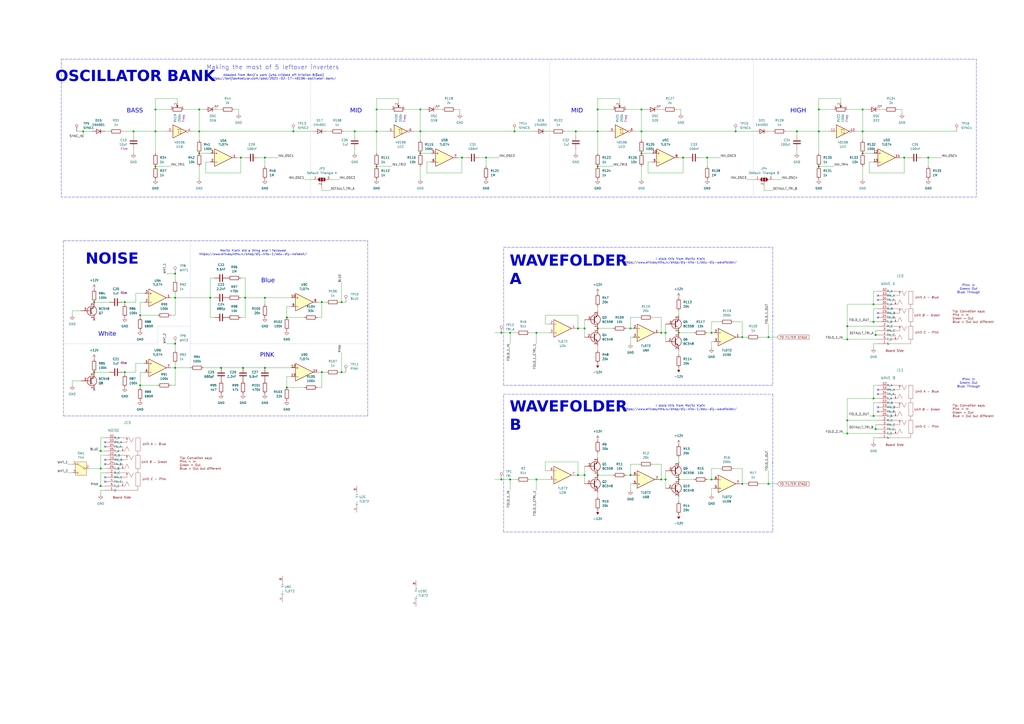
<source format=kicad_sch>
(kicad_sch (version 20231120) (generator "eeschema") (generator_version "8.0")
  (paper "A2")
  (title_block (title "Basiq Explorer") (rev "1.0") (company "velvia-fifty") (comment 1 "https://github.com/velvia-fifty/AudioThings") (comment 2 "If you only sent just one to the fab...") (comment 4 "Stay humble"))
  (junction (at 506.73 231.14))
  (junction (at 115.57 88.9))
  (junction (at 218.44 96.52))
  (junction (at 166.37 224.79))
  (junction (at 166.37 184.15))
  (junction (at 290.83 193.04))
  (junction (at 506.73 176.53))
  (junction (at 396.24 91.44))
  (junction (at 58.42 261.62))
  (junction (at 430.53 280.67))
  (junction (at 72.39 175.26))
  (junction (at 54.61 175.26))
  (junction (at 90.17 76.2))
  (junction (at 462.28 76.2))
  (junction (at 386.08 193.04))
  (junction (at 426.72 76.2))
  (junction (at 393.7 193.04))
  (junction (at 430.53 195.58))
  (junction (at 58.42 271.78))
  (junction (at 365.76 275.59))
  (junction (at 508 248.92))
  (junction (at 346.71 275.59))
  (junction (at 365.76 190.5))
  (junction (at 140.97 213.36))
  (junction (at 298.45 76.2))
  (junction (at 335.28 190.5))
  (junction (at 81.28 223.52))
  (junction (at 372.11 63.5))
  (junction (at 506.73 186.69))
  (junction (at 311.15 278.13))
  (junction (at 500.38 88.9))
  (junction (at 115.57 76.2))
  (junction (at 121.92 172.72))
  (junction (at 339.09 275.59))
  (junction (at 445.77 280.67))
  (junction (at 383.54 193.04))
  (junction (at 281.94 91.44))
  (junction (at 101.6 213.36))
  (junction (at 90.17 63.5))
  (junction (at 474.98 96.52))
  (junction (at 339.09 190.5))
  (junction (at 393.7 278.13))
  (junction (at 386.08 278.13))
  (junction (at 372.11 88.9))
  (junction (at 58.42 281.94))
  (junction (at 153.67 172.72))
  (junction (at 115.57 63.5))
  (junction (at 153.67 213.36))
  (junction (at 198.12 215.9))
  (junction (at 346.71 63.5))
  (junction (at 142.24 172.72))
  (junction (at 491.49 251.46))
  (junction (at 243.84 63.5))
  (junction (at 218.44 63.5))
  (junction (at 474.98 76.2))
  (junction (at 383.54 278.13))
  (junction (at 48.26 76.2))
  (junction (at 372.11 76.2))
  (junction (at 101.6 199.39))
  (junction (at 346.71 190.5))
  (junction (at 500.38 76.2))
  (junction (at 198.12 175.26))
  (junction (at 491.49 196.85))
  (junction (at 54.61 215.9))
  (junction (at 491.49 189.23))
  (junction (at 218.44 76.2))
  (junction (at 153.67 91.44))
  (junction (at 170.18 76.2))
  (junction (at 90.17 96.52))
  (junction (at 139.7 91.44))
  (junction (at 506.73 241.3))
  (junction (at 346.71 76.2))
  (junction (at 412.75 278.13))
  (junction (at 500.38 63.5))
  (junction (at 243.84 88.9))
  (junction (at 346.71 96.52))
  (junction (at 295.91 278.13))
  (junction (at 186.69 175.26))
  (junction (at 295.91 193.04))
  (junction (at 267.97 91.44))
  (junction (at 243.84 76.2))
  (junction (at 524.51 91.44))
  (junction (at 205.74 76.2))
  (junction (at 334.01 76.2))
  (junction (at 491.49 243.84))
  (junction (at 101.6 158.75))
  (junction (at 81.28 182.88))
  (junction (at 72.39 215.9))
  (junction (at 412.75 193.04))
  (junction (at 186.69 215.9))
  (junction (at 77.47 76.2))
  (junction (at 311.15 193.04))
  (junction (at 128.27 213.36))
  (junction (at 290.83 278.13))
  (junction (at 335.28 275.59))
  (junction (at 101.6 172.72))
  (junction (at 474.98 63.5))
  (junction (at 538.48 91.44))
  (junction (at 410.21 91.44))
  (junction (at 445.77 195.58))
  (junction (at 508 194.31))
  (no_connect (at 60.96 259.08))
  (no_connect (at 60.96 256.54))
  (no_connect (at 54.61 226.06))
  (no_connect (at 509.27 226.06))
  (no_connect (at 509.27 228.6))
  (no_connect (at 509.27 171.45))
  (no_connect (at 509.27 181.61))
  (no_connect (at 509.27 184.15))
  (no_connect (at 60.96 279.4))
  (no_connect (at 509.27 238.76))
  (no_connect (at 54.61 185.42))
  (no_connect (at 509.27 236.22))
  (no_connect (at 60.96 269.24))
  (no_connect (at 60.96 266.7))
  (no_connect (at 509.27 173.99))
  (no_connect (at 60.96 276.86))
  (wire (pts (xy 198.12 215.9) (xy 200.66 215.9)))
  (wire (pts (xy 166.37 224.79) (xy 176.53 224.79)))
  (wire (pts (xy 393.7 205.74) (xy 393.7 203.2)))
  (wire (pts (xy 504.19 186.69) (xy 506.73 186.69)))
  (polyline (pts (xy 36.83 139.7) (xy 213.36 139.7)) (stroke (width 0) (type dash)))
  (wire (pts (xy 534.67 91.44) (xy 538.48 91.44)))
  (wire (pts (xy 90.17 57.15) (xy 90.17 63.5)))
  (wire (pts (xy 425.45 186.69) (xy 430.53 186.69)))
  (polyline (pts (xy 448.31 269.24) (xy 448.31 267.97)) (stroke (width 0) (type dash)))
  (wire (pts (xy 440.69 195.58) (xy 445.77 195.58)))
  (wire (pts (xy 474.98 96.52) (xy 483.87 96.52)))
  (wire (pts (xy 118.11 63.5) (xy 115.57 63.5)))
  (wire (pts (xy 368.3 76.2) (xy 372.11 76.2)))
  (wire (pts (xy 135.89 63.5) (xy 138.43 63.5)))
  (wire (pts (xy 346.71 96.52) (xy 355.6 96.52)))
  (wire (pts (xy 506.73 93.98) (xy 504.19 93.98)))
  (wire (pts (xy 378.46 93.98) (xy 375.92 93.98)))
  (wire (pts (xy 311.15 284.48) (xy 311.15 278.13)))
  (wire (pts (xy 506.73 233.68) (xy 506.73 241.3)))
  (wire (pts (xy 128.27 63.5) (xy 125.73 63.5)))
  (wire (pts (xy 402.59 278.13) (xy 393.7 278.13)))
  (wire (pts (xy 365.76 195.58) (xy 367.03 195.58)))
  (wire (pts (xy 491.49 176.53) (xy 491.49 189.23)))
  (wire (pts (xy 218.44 96.52) (xy 227.33 96.52)))
  (wire (pts (xy 506.73 199.39) (xy 509.27 199.39)))
  (wire (pts (xy 504.19 93.98) (xy 504.19 100.33)))
  (wire (pts (xy 71.12 76.2) (xy 77.47 76.2)))
  (wire (pts (xy 378.46 184.15) (xy 383.54 184.15)))
  (wire (pts (xy 101.6 182.88) (xy 101.6 172.72)))
  (wire (pts (xy 198.12 163.83) (xy 198.12 175.26)))
  (wire (pts (xy 186.69 175.26) (xy 184.15 175.26)))
  (wire (pts (xy 243.84 63.5) (xy 234.95 63.5)))
  (polyline (pts (xy 213.36 241.3) (xy 213.36 139.7)) (stroke (width 0) (type dash)))
  (wire (pts (xy 72.39 176.53) (xy 72.39 175.26)))
  (wire (pts (xy 41.91 220.98) (xy 41.91 223.52)))
  (wire (pts (xy 295.91 199.39) (xy 295.91 193.04)))
  (wire (pts (xy 153.67 91.44) (xy 161.29 91.44)))
  (wire (pts (xy 402.59 193.04) (xy 393.7 193.04)))
  (wire (pts (xy 121.92 93.98) (xy 119.38 93.98)))
  (wire (pts (xy 149.86 91.44) (xy 153.67 91.44)))
  (wire (pts (xy 57.15 261.62) (xy 58.42 261.62)))
  (wire (pts (xy 412.75 198.12) (xy 414.02 198.12)))
  (wire (pts (xy 355.6 275.59) (xy 346.71 275.59)))
  (wire (pts (xy 346.71 57.15) (xy 346.71 63.5)))
  (wire (pts (xy 509.27 233.68) (xy 506.73 233.68)))
  (wire (pts (xy 101.6 158.75) (xy 101.6 162.56)))
  (wire (pts (xy 410.21 96.52) (xy 410.21 91.44)))
  (wire (pts (xy 412.75 278.13) (xy 410.21 278.13)))
  (wire (pts (xy 83.82 210.82) (xy 78.74 210.82)))
  (wire (pts (xy 339.09 275.59) (xy 339.09 280.67)))
  (wire (pts (xy 538.48 91.44) (xy 546.1 91.44)))
  (wire (pts (xy 48.26 80.01) (xy 48.26 76.2)))
  (polyline (pts (xy 36.83 241.3) (xy 213.36 241.3)) (stroke (width 0) (type dash)))
  (wire (pts (xy 96.52 158.75) (xy 101.6 158.75)))
  (wire (pts (xy 396.24 91.44) (xy 398.78 91.44)))
  (wire (pts (xy 196.85 215.9) (xy 198.12 215.9)))
  (wire (pts (xy 524.51 91.44) (xy 527.05 91.44)))
  (polyline (pts (xy 292.1 228.6) (xy 448.31 228.6)) (stroke (width 0) (type dash)))
  (wire (pts (xy 318.77 278.13) (xy 311.15 278.13)))
  (wire (pts (xy 506.73 179.07) (xy 506.73 186.69)))
  (wire (pts (xy 218.44 63.5) (xy 227.33 63.5)))
  (wire (pts (xy 247.65 100.33) (xy 267.97 100.33)))
  (wire (pts (xy 63.5 215.9) (xy 54.61 215.9)))
  (wire (pts (xy 474.98 63.5) (xy 483.87 63.5)))
  (wire (pts (xy 487.68 59.69) (xy 487.68 57.15)))
  (wire (pts (xy 508 248.92) (xy 509.27 248.92)))
  (polyline (pts (xy 36.83 139.7) (xy 36.83 241.3)) (stroke (width 0) (type dash)))
  (wire (pts (xy 101.6 223.52) (xy 101.6 213.36)))
  (wire (pts (xy 508 194.31) (xy 509.27 194.31)))
  (polyline (pts (xy 36.83 199.39) (xy 91.44 199.39)) (stroke (width 0) (type dot)))
  (wire (pts (xy 370.84 269.24) (xy 365.76 269.24)))
  (wire (pts (xy 111.76 76.2) (xy 115.57 76.2)))
  (wire (pts (xy 509.27 191.77) (xy 508 191.77)))
  (wire (pts (xy 78.74 170.18) (xy 78.74 175.26)))
  (wire (pts (xy 139.7 91.44) (xy 137.16 91.44)))
  (wire (pts (xy 266.7 63.5) (xy 266.7 66.04)))
  (wire (pts (xy 335.28 267.97) (xy 335.28 275.59)))
  (wire (pts (xy 412.75 287.02) (xy 412.75 283.21)))
  (wire (pts (xy 491.49 251.46) (xy 509.27 251.46)))
  (wire (pts (xy 48.26 76.2) (xy 53.34 76.2)))
  (wire (pts (xy 247.65 93.98) (xy 247.65 100.33)))
  (wire (pts (xy 121.92 161.29) (xy 121.92 172.72)))
  (wire (pts (xy 488.95 196.85) (xy 491.49 196.85)))
  (wire (pts (xy 52.07 271.78) (xy 58.42 271.78)))
  (wire (pts (xy 339.09 270.51) (xy 339.09 275.59)))
  (polyline (pts (xy 448.31 143.51) (xy 448.31 223.52)) (stroke (width 0) (type dash)))
  (wire (pts (xy 205.74 88.9) (xy 205.74 86.36)))
  (wire (pts (xy 383.54 193.04) (xy 386.08 193.04)))
  (wire (pts (xy 365.76 269.24) (xy 365.76 275.59)))
  (wire (pts (xy 278.13 91.44) (xy 281.94 91.44)))
  (wire (pts (xy 474.98 76.2) (xy 474.98 88.9)))
  (wire (pts (xy 474.98 76.2) (xy 481.33 76.2)))
  (wire (pts (xy 81.28 215.9) (xy 83.82 215.9)))
  (wire (pts (xy 346.71 288.29) (xy 346.71 285.75)))
  (wire (pts (xy 142.24 161.29) (xy 142.24 172.72)))
  (wire (pts (xy 168.91 177.8) (xy 166.37 177.8)))
  (wire (pts (xy 205.74 76.2) (xy 218.44 76.2)))
  (wire (pts (xy 243.84 76.2) (xy 243.84 63.5)))
  (wire (pts (xy 396.24 100.33) (xy 396.24 91.44)))
  (wire (pts (xy 500.38 63.5) (xy 491.49 63.5)))
  (wire (pts (xy 196.85 175.26) (xy 198.12 175.26)))
  (wire (pts (xy 500.38 76.2) (xy 500.38 81.28)))
  (wire (pts (xy 81.28 184.15) (xy 81.28 182.88)))
  (wire (pts (xy 509.27 179.07) (xy 506.73 179.07)))
  (wire (pts (xy 189.23 175.26) (xy 186.69 175.26)))
  (wire (pts (xy 455.93 76.2) (xy 462.28 76.2)))
  (wire (pts (xy 218.44 57.15) (xy 218.44 63.5)))
  (wire (pts (xy 60.96 264.16) (xy 58.42 264.16)))
  (polyline (pts (xy 110.49 199.39) (xy 110.49 241.3)) (stroke (width 0) (type dot)))
  (wire (pts (xy 153.67 176.53) (xy 153.67 172.72)))
  (wire (pts (xy 250.19 88.9) (xy 243.84 88.9)))
  (wire (pts (xy 474.98 57.15) (xy 474.98 63.5)))
  (wire (pts (xy 386.08 278.13) (xy 386.08 283.21)))
  (wire (pts (xy 140.97 213.36) (xy 153.67 213.36)))
  (wire (pts (xy 231.14 59.69) (xy 231.14 57.15)))
  (wire (pts (xy 506.73 194.31) (xy 508 194.31)))
  (wire (pts (xy 365.76 190.5) (xy 363.22 190.5)))
  (wire (pts (xy 506.73 231.14) (xy 491.49 231.14)))
  (wire (pts (xy 500.38 76.2) (xy 554.99 76.2)))
  (wire (pts (xy 414.02 278.13) (xy 412.75 278.13)))
  (wire (pts (xy 90.17 63.5) (xy 90.17 76.2)))
  (wire (pts (xy 290.83 278.13) (xy 295.91 278.13)))
  (wire (pts (xy 445.77 280.67) (xy 450.85 280.67)))
  (wire (pts (xy 139.7 100.33) (xy 139.7 91.44)))
  (wire (pts (xy 186.69 184.15) (xy 186.69 175.26)))
  (wire (pts (xy 218.44 76.2) (xy 224.79 76.2)))
  (wire (pts (xy 445.77 195.58) (xy 450.85 195.58)))
  (wire (pts (xy 429.26 195.58) (xy 430.53 195.58)))
  (wire (pts (xy 102.87 57.15) (xy 90.17 57.15)))
  (wire (pts (xy 81.28 223.52) (xy 81.28 215.9)))
  (wire (pts (xy 184.15 224.79) (xy 186.69 224.79)))
  (wire (pts (xy 101.6 210.82) (xy 101.6 213.36)))
  (wire (pts (xy 406.4 91.44) (xy 410.21 91.44)))
  (wire (pts (xy 287.02 193.04) (xy 290.83 193.04)))
  (wire (pts (xy 290.83 193.04) (xy 295.91 193.04)))
  (wire (pts (xy 386.08 273.05) (xy 386.08 278.13)))
  (wire (pts (xy 367.03 190.5) (xy 365.76 190.5)))
  (wire (pts (xy 438.15 76.2) (xy 426.72 76.2)))
  (polyline (pts (xy 436.88 34.29) (xy 436.88 114.3)) (stroke (width 0) (type dot)))
  (wire (pts (xy 102.87 59.69) (xy 102.87 57.15)))
  (wire (pts (xy 96.52 199.39) (xy 101.6 199.39)))
  (wire (pts (xy 316.23 187.96) (xy 316.23 182.88)))
  (wire (pts (xy 370.84 184.15) (xy 365.76 184.15)))
  (wire (pts (xy 509.27 223.52) (xy 506.73 223.52)))
  (wire (pts (xy 502.92 63.5) (xy 500.38 63.5)))
  (wire (pts (xy 218.44 76.2) (xy 218.44 88.9)))
  (wire (pts (xy 198.12 204.47) (xy 198.12 215.9)))
  (wire (pts (xy 46.99 180.34) (xy 41.91 180.34)))
  (wire (pts (xy 58.42 287.02) (xy 58.42 284.48)))
  (wire (pts (xy 119.38 93.98) (xy 119.38 100.33)))
  (wire (pts (xy 445.77 76.2) (xy 448.31 76.2)))
  (wire (pts (xy 524.51 100.33) (xy 524.51 91.44)))
  (wire (pts (xy 335.28 275.59) (xy 334.01 275.59)))
  (wire (pts (xy 374.65 63.5) (xy 372.11 63.5)))
  (wire (pts (xy 506.73 241.3) (xy 509.27 241.3)))
  (wire (pts (xy 264.16 63.5) (xy 266.7 63.5)))
  (wire (pts (xy 339.09 275.59) (xy 335.28 275.59)))
  (wire (pts (xy 176.53 104.14) (xy 181.61 104.14)))
  (wire (pts (xy 318.77 187.96) (xy 316.23 187.96)))
  (wire (pts (xy 186.69 224.79) (xy 186.69 215.9)))
  (wire (pts (xy 81.28 182.88) (xy 81.28 175.26)))
  (wire (pts (xy 153.67 172.72) (xy 168.91 172.72)))
  (wire (pts (xy 335.28 190.5) (xy 334.01 190.5)))
  (wire (pts (xy 417.83 271.78) (xy 412.75 271.78)))
  (polyline (pts (xy 318.77 34.29) (xy 318.77 114.3)) (stroke (width 0) (type dot)))
  (wire (pts (xy 243.84 96.52) (xy 243.84 104.14)))
  (wire (pts (xy 383.54 269.24) (xy 383.54 278.13)))
  (wire (pts (xy 78.74 175.26) (xy 72.39 175.26)))
  (wire (pts (xy 72.39 215.9) (xy 71.12 215.9)))
  (wire (pts (xy 139.7 184.15) (xy 142.24 184.15)))
  (wire (pts (xy 58.42 274.32) (xy 58.42 281.94)))
  (wire (pts (xy 443.23 110.49) (xy 443.23 107.95)))
  (polyline (pts (xy 110.49 189.23) (xy 91.44 189.23)) (stroke (width 0) (type dot)))
  (wire (pts (xy 90.17 63.5) (xy 99.06 63.5)))
  (wire (pts (xy 72.39 175.26) (xy 71.12 175.26)))
  (wire (pts (xy 115.57 76.2) (xy 170.18 76.2)))
  (wire (pts (xy 72.39 217.17) (xy 72.39 215.9)))
  (polyline (pts (xy 110.49 139.7) (xy 110.49 199.39)) (stroke (width 0) (type dot)))
  (wire (pts (xy 153.67 96.52) (xy 153.67 91.44)))
  (wire (pts (xy 119.38 100.33) (xy 139.7 100.33)))
  (wire (pts (xy 58.42 254) (xy 58.42 261.62)))
  (wire (pts (xy 316.23 182.88) (xy 335.28 182.88)))
  (wire (pts (xy 430.53 271.78) (xy 430.53 280.67)))
  (wire (pts (xy 317.5 76.2) (xy 320.04 76.2)))
  (wire (pts (xy 462.28 76.2) (xy 474.98 76.2)))
  (wire (pts (xy 318.77 193.04) (xy 311.15 193.04)))
  (wire (pts (xy 256.54 63.5) (xy 254 63.5)))
  (wire (pts (xy 393.7 265.43) (xy 393.7 267.97)))
  (wire (pts (xy 430.53 195.58) (xy 433.07 195.58)))
  (wire (pts (xy 334.01 88.9) (xy 334.01 86.36)))
  (wire (pts (xy 375.92 100.33) (xy 396.24 100.33)))
  (polyline (pts (xy 391.16 308.61) (xy 292.1 308.61)) (stroke (width 0) (type dash)))
  (wire (pts (xy 425.45 271.78) (xy 430.53 271.78)))
  (wire (pts (xy 412.75 283.21) (xy 414.02 283.21)))
  (polyline (pts (xy 292.1 143.51) (xy 448.31 143.51)) (stroke (width 0) (type dash)))
  (wire (pts (xy 523.24 63.5) (xy 523.24 66.04)))
  (wire (pts (xy 367.03 275.59) (xy 365.76 275.59)))
  (wire (pts (xy 124.46 161.29) (xy 121.92 161.29)))
  (wire (pts (xy 359.41 57.15) (xy 346.71 57.15)))
  (wire (pts (xy 372.11 76.2) (xy 372.11 81.28)))
  (wire (pts (xy 346.71 262.89) (xy 346.71 265.43)))
  (wire (pts (xy 445.77 273.05) (xy 445.77 280.67)))
  (wire (pts (xy 186.69 215.9) (xy 184.15 215.9)))
  (wire (pts (xy 115.57 76.2) (xy 115.57 63.5)))
  (wire (pts (xy 99.06 223.52) (xy 101.6 223.52)))
  (wire (pts (xy 462.28 88.9) (xy 462.28 86.36)))
  (wire (pts (xy 139.7 172.72) (xy 142.24 172.72)))
  (wire (pts (xy 521.97 91.44) (xy 524.51 91.44)))
  (wire (pts (xy 491.49 243.84) (xy 491.49 251.46)))
  (polyline (pts (xy 448.31 228.6) (xy 448.31 308.61)) (stroke (width 0) (type dash)))
  (wire (pts (xy 153.67 213.36) (xy 168.91 213.36)))
  (wire (pts (xy 538.48 96.52) (xy 538.48 91.44)))
  (wire (pts (xy 412.75 271.78) (xy 412.75 278.13)))
  (wire (pts (xy 58.42 261.62) (xy 60.96 261.62)))
  (wire (pts (xy 316.23 267.97) (xy 335.28 267.97)))
  (wire (pts (xy 430.53 280.67) (xy 433.07 280.67)))
  (wire (pts (xy 99.06 182.88) (xy 101.6 182.88)))
  (wire (pts (xy 513.08 63.5) (xy 510.54 63.5)))
  (wire (pts (xy 508 191.77) (xy 508 194.31)))
  (wire (pts (xy 372.11 76.2) (xy 372.11 63.5)))
  (wire (pts (xy 506.73 88.9) (xy 500.38 88.9)))
  (wire (pts (xy 39.37 274.32) (xy 41.91 274.32)))
  (wire (pts (xy 509.27 176.53) (xy 506.73 176.53)))
  (wire (pts (xy 101.6 213.36) (xy 110.49 213.36)))
  (wire (pts (xy 491.49 231.14) (xy 491.49 243.84)))
  (wire (pts (xy 198.12 175.26) (xy 200.66 175.26)))
  (wire (pts (xy 166.37 218.44) (xy 166.37 224.79)))
  (wire (pts (xy 250.19 93.98) (xy 247.65 93.98)))
  (wire (pts (xy 386.08 193.04) (xy 386.08 198.12)))
  (wire (pts (xy 410.21 91.44) (xy 417.83 91.44)))
  (wire (pts (xy 339.09 190.5) (xy 339.09 195.58)))
  (wire (pts (xy 128.27 213.36) (xy 140.97 213.36)))
  (wire (pts (xy 281.94 96.52) (xy 281.94 91.44)))
  (wire (pts (xy 142.24 172.72) (xy 153.67 172.72)))
  (wire (pts (xy 506.73 201.93) (xy 506.73 199.39)))
  (wire (pts (xy 101.6 172.72) (xy 99.06 172.72)))
  (wire (pts (xy 91.44 182.88) (xy 81.28 182.88)))
  (wire (pts (xy 186.69 110.49) (xy 186.69 107.95)))
  (wire (pts (xy 520.7 63.5) (xy 523.24 63.5)))
  (wire (pts (xy 121.92 172.72) (xy 124.46 172.72)))
  (wire (pts (xy 81.28 224.79) (xy 81.28 223.52)))
  (wire (pts (xy 365.76 199.39) (xy 365.76 195.58)))
  (wire (pts (xy 139.7 161.29) (xy 142.24 161.29)))
  (wire (pts (xy 378.46 269.24) (xy 383.54 269.24)))
  (wire (pts (xy 189.23 215.9) (xy 186.69 215.9)))
  (wire (pts (xy 168.91 218.44) (xy 166.37 218.44)))
  (wire (pts (xy 295.91 278.13) (xy 299.72 278.13)))
  (wire (pts (xy 311.15 199.39) (xy 311.15 193.04)))
  (wire (pts (xy 166.37 184.15) (xy 176.53 184.15)))
  (wire (pts (xy 91.44 223.52) (xy 81.28 223.52)))
  (wire (pts (xy 365.76 280.67) (xy 367.03 280.67)))
  (wire (pts (xy 124.46 184.15) (xy 121.92 184.15)))
  (wire (pts (xy 181.61 76.2) (xy 170.18 76.2)))
  (polyline (pts (xy 391.16 223.52) (xy 292.1 223.52)) (stroke (width 0) (type dash)))
  (wire (pts (xy 506.73 254) (xy 509.27 254)))
  (wire (pts (xy 393.7 290.83) (xy 393.7 288.29)))
  (wire (pts (xy 383.54 278.13) (xy 386.08 278.13)))
  (wire (pts (xy 504.19 241.3) (xy 506.73 241.3)))
  (wire (pts (xy 509.27 189.23) (xy 491.49 189.23)))
  (wire (pts (xy 506.73 256.54) (xy 506.73 254)))
  (wire (pts (xy 334.01 78.74) (xy 334.01 76.2)))
  (wire (pts (xy 81.28 175.26) (xy 83.82 175.26)))
  (wire (pts (xy 346.71 76.2) (xy 353.06 76.2)))
  (wire (pts (xy 46.99 220.98) (xy 41.91 220.98)))
  (wire (pts (xy 58.42 264.16) (xy 58.42 271.78)))
  (wire (pts (xy 58.42 281.94) (xy 60.96 281.94)))
  (wire (pts (xy 58.42 284.48) (xy 60.96 284.48)))
  (wire (pts (xy 243.84 76.2) (xy 243.84 81.28)))
  (wire (pts (xy 355.6 190.5) (xy 346.71 190.5)))
  (wire (pts (xy 506.73 176.53) (xy 491.49 176.53)))
  (wire (pts (xy 365.76 184.15) (xy 365.76 190.5)))
  (wire (pts (xy 138.43 63.5) (xy 138.43 66.04)))
  (wire (pts (xy 295.91 284.48) (xy 295.91 278.13)))
  (wire (pts (xy 78.74 215.9) (xy 72.39 215.9)))
  (wire (pts (xy 412.75 201.93) (xy 412.75 198.12)))
  (wire (pts (xy 90.17 76.2) (xy 90.17 88.9)))
  (polyline (pts (xy 180.34 34.29) (xy 180.34 114.3)) (stroke (width 0) (type dot)))
  (wire (pts (xy 115.57 76.2) (xy 115.57 81.28)))
  (polyline (pts (xy 448.31 184.15) (xy 448.31 182.88)) (stroke (width 0) (type dash)))
  (wire (pts (xy 231.14 57.15) (xy 218.44 57.15)))
  (wire (pts (xy 383.54 184.15) (xy 383.54 193.04)))
  (wire (pts (xy 189.23 76.2) (xy 191.77 76.2)))
  (wire (pts (xy 339.09 185.42) (xy 339.09 190.5)))
  (wire (pts (xy 115.57 63.5) (xy 106.68 63.5)))
  (wire (pts (xy 78.74 210.82) (xy 78.74 215.9)))
  (wire (pts (xy 311.15 278.13) (xy 307.34 278.13)))
  (wire (pts (xy 346.71 203.2) (xy 346.71 200.66)))
  (wire (pts (xy 267.97 91.44) (xy 265.43 91.44)))
  (wire (pts (xy 243.84 76.2) (xy 298.45 76.2)))
  (wire (pts (xy 199.39 76.2) (xy 205.74 76.2)))
  (wire (pts (xy 60.96 76.2) (xy 63.5 76.2)))
  (wire (pts (xy 318.77 273.05) (xy 316.23 273.05)))
  (wire (pts (xy 448.31 110.49) (xy 443.23 110.49)))
  (wire (pts (xy 506.73 186.69) (xy 509.27 186.69)))
  (wire (pts (xy 58.42 254) (xy 60.96 254)))
  (polyline (pts (xy 110.49 199.39) (xy 213.36 199.39)) (stroke (width 0) (type dot)))
  (wire (pts (xy 393.7 180.34) (xy 393.7 182.88)))
  (wire (pts (xy 386.08 187.96) (xy 386.08 193.04)))
  (wire (pts (xy 101.6 199.39) (xy 101.6 203.2)))
  (wire (pts (xy 509.27 246.38) (xy 508 246.38)))
  (wire (pts (xy 240.03 76.2) (xy 243.84 76.2)))
  (wire (pts (xy 281.94 91.44) (xy 289.56 91.44)))
  (wire (pts (xy 346.71 76.2) (xy 346.71 88.9)))
  (wire (pts (xy 383.54 193.04) (xy 382.27 193.04)))
  (wire (pts (xy 506.73 223.52) (xy 506.73 231.14)))
  (wire (pts (xy 90.17 76.2) (xy 96.52 76.2)))
  (wire (pts (xy 327.66 76.2) (xy 334.01 76.2)))
  (wire (pts (xy 412.75 193.04) (xy 410.21 193.04)))
  (wire (pts (xy 118.11 213.36) (xy 128.27 213.36)))
  (wire (pts (xy 346.71 63.5) (xy 355.6 63.5)))
  (wire (pts (xy 508 246.38) (xy 508 248.92)))
  (wire (pts (xy 63.5 175.26) (xy 54.61 175.26)))
  (wire (pts (xy 462.28 78.74) (xy 462.28 76.2)))
  (wire (pts (xy 57.15 281.94) (xy 58.42 281.94)))
  (wire (pts (xy 101.6 170.18) (xy 101.6 172.72)))
  (wire (pts (xy 311.15 193.04) (xy 307.34 193.04)))
  (wire (pts (xy 430.53 186.69) (xy 430.53 195.58)))
  (wire (pts (xy 77.47 88.9) (xy 77.47 86.36)))
  (wire (pts (xy 77.47 78.74) (xy 77.47 76.2)))
  (wire (pts (xy 115.57 96.52) (xy 115.57 104.14)))
  (wire (pts (xy 218.44 63.5) (xy 218.44 76.2)))
  (wire (pts (xy 394.97 63.5) (xy 394.97 66.04)))
  (wire (pts (xy 500.38 96.52) (xy 500.38 104.14)))
  (wire (pts (xy 509.27 231.14) (xy 506.73 231.14)))
  (wire (pts (xy 166.37 177.8) (xy 166.37 184.15)))
  (wire (pts (xy 414.02 193.04) (xy 412.75 193.04)))
  (wire (pts (xy 383.54 278.13) (xy 382.27 278.13)))
  (wire (pts (xy 375.92 93.98) (xy 375.92 100.33)))
  (wire (pts (xy 267.97 91.44) (xy 270.51 91.44)))
  (wire (pts (xy 101.6 172.72) (xy 121.92 172.72)))
  (wire (pts (xy 41.91 180.34) (xy 41.91 182.88)))
  (wire (pts (xy 309.88 76.2) (xy 298.45 76.2)))
  (polyline (pts (xy 448.31 223.52) (xy 391.16 223.52)) (stroke (width 0) (type dash)))
  (wire (pts (xy 121.92 88.9) (xy 115.57 88.9)))
  (wire (pts (xy 139.7 91.44) (xy 142.24 91.44)))
  (wire (pts (xy 335.28 182.88) (xy 335.28 190.5)))
  (wire (pts (xy 429.26 280.67) (xy 430.53 280.67)))
  (polyline (pts (xy 292.1 223.52) (xy 292.1 143.51)) (stroke (width 0) (type dash)))
  (wire (pts (xy 346.71 63.5) (xy 346.71 76.2)))
  (wire (pts (xy 392.43 63.5) (xy 394.97 63.5)))
  (wire (pts (xy 378.46 88.9) (xy 372.11 88.9)))
  (wire (pts (xy 359.41 59.69) (xy 359.41 57.15)))
  (wire (pts (xy 346.71 177.8) (xy 346.71 180.34)))
  (wire (pts (xy 474.98 63.5) (xy 474.98 76.2)))
  (wire (pts (xy 491.49 189.23) (xy 491.49 196.85)))
  (wire (pts (xy 509.27 168.91) (xy 506.73 168.91)))
  (wire (pts (xy 58.42 271.78) (xy 60.96 271.78)))
  (wire (pts (xy 488.95 251.46) (xy 491.49 251.46)))
  (wire (pts (xy 77.47 76.2) (xy 90.17 76.2)))
  (wire (pts (xy 60.96 274.32) (xy 58.42 274.32)))
  (wire (pts (xy 184.15 184.15) (xy 186.69 184.15)))
  (wire (pts (xy 491.49 196.85) (xy 509.27 196.85)))
  (wire (pts (xy 372.11 63.5) (xy 363.22 63.5)))
  (wire (pts (xy 39.37 269.24) (xy 41.91 269.24)))
  (wire (pts (xy 440.69 280.67) (xy 445.77 280.67)))
  (wire (pts (xy 196.85 104.14) (xy 191.77 104.14)))
  (wire (pts (xy 496.57 76.2) (xy 500.38 76.2)))
  (wire (pts (xy 412.75 186.69) (xy 412.75 193.04)))
  (wire (pts (xy 205.74 78.74) (xy 205.74 76.2)))
  (wire (pts (xy 267.97 100.33) (xy 267.97 91.44)))
  (wire (pts (xy 453.39 104.14) (xy 448.31 104.14)))
  (wire (pts (xy 445.77 187.96) (xy 445.77 195.58)))
  (wire (pts (xy 372.11 76.2) (xy 426.72 76.2)))
  (wire (pts (xy 365.76 284.48) (xy 365.76 280.67)))
  (wire (pts (xy 339.09 190.5) (xy 335.28 190.5)))
  (wire (pts (xy 287.02 278.13) (xy 290.83 278.13)))
  (wire (pts (xy 393.7 91.44) (xy 396.24 91.44)))
  (wire (pts (xy 191.77 110.49) (xy 186.69 110.49)))
  (wire (pts (xy 509.27 243.84) (xy 491.49 243.84)))
  (wire (pts (xy 506.73 248.92) (xy 508 248.92)))
  (wire (pts (xy 365.76 275.59) (xy 363.22 275.59)))
  (wire (pts (xy 101.6 213.36) (xy 99.06 213.36)))
  (wire (pts (xy 295.91 193.04) (xy 299.72 193.04)))
  (wire (pts (xy 433.07 104.14) (xy 438.15 104.14)))
  (wire (pts (xy 417.83 186.69) (xy 412.75 186.69)))
  (wire (pts (xy 142.24 172.72) (xy 142.24 184.15)))
  (wire (pts (xy 334.01 76.2) (xy 346.71 76.2)))
  (wire (pts (xy 372.11 96.52) (xy 372.11 104.14)))
  (polyline (pts (xy 448.31 308.61) (xy 391.16 308.61)) (stroke (width 0) (type dash)))
  (wire (pts (xy 246.38 63.5) (xy 243.84 63.5)))
  (wire (pts (xy 384.81 63.5) (xy 382.27 63.5)))
  (wire (pts (xy 504.19 100.33) (xy 524.51 100.33)))
  (wire (pts (xy 487.68 57.15) (xy 474.98 57.15)))
  (wire (pts (xy 83.82 170.18) (xy 78.74 170.18)))
  (wire (pts (xy 500.38 76.2) (xy 500.38 63.5)))
  (wire (pts (xy 316.23 273.05) (xy 316.23 267.97)))
  (polyline (pts (xy 91.44 189.23) (xy 91.44 199.39)) (stroke (width 0) (type dot)))
  (wire (pts (xy 44.45 76.2) (xy 48.26 76.2)))
  (wire (pts (xy 90.17 96.52) (xy 99.06 96.52)))
  (polyline (pts (xy 292.1 308.61) (xy 292.1 228.6)) (stroke (width 0) (type dash)))
  (wire (pts (xy 506.73 168.91) (xy 506.73 176.53)))
  (wire (pts (xy 121.92 184.15) (xy 121.92 172.72)))
  (rectangle (start 35.56 34.29) (end 566.42 114.3) (stroke (width 0) (type dash)))
  (text "NOISE" (at 65.024 152.146 0) (effects (font (size 6.35 6.35) (thickness 1.27) (bold yes))))
  (text "Pink: In\nGreen: Out\nBlue: Through" (at 561.848 167.64 0) (effects (font (size 1.27 1.27))))
  (text "WAVEFOLDER\nB" (at 295.656 234.188 0) (effects (font (size 6.35 6.35) (thickness 1.27) (bold yes)) (justify left top)))
  (text "BASS" (at 78.232 65.024 0) (effects (font (size 2.54 2.54) (thickness 0.4763))))
  (text "Moritz Klein did a thing and I followed\nhttps://www.ericasynths.lv/shop/diy-kits-1/edu-diy-noisesh/" (at 146.812 146.558 0) (effects (font (size 1.27 1.27))))
  (text "I stole this from Moritz Klein\nhttps://www.ericasynths.lv/shop/diy-kits-1/edu-diy-wavefolder/\n" (at 394.716 151.384 0) (effects (font (size 1.27 1.27))))
  (text "Making the most of 5 leftover inverters" (at 158.242 39.116 0) (effects (font (size 2.54 2.54))))
  (text "WAVEFOLDER\nA" (at 295.656 149.606 0) (effects (font (size 6.35 6.35) (thickness 1.27) (bold yes)) (justify left top)))
  (text "HIGH\n" (at 463.042 65.024 0) (effects (font (size 2.54 2.54) (thickness 0.4763))))
  (text "Blue" (at 155.448 163.576 0) (effects (font (size 2.54 2.54) (thickness 0.4763))))
  (text "MID" (at 206.502 65.024 0) (effects (font (size 2.54 2.54) (thickness 0.4763))))
  (text "MID" (at 334.772 65.024 0) (effects (font (size 2.54 2.54) (thickness 0.4763))))
  (text "I stole this from Moritz Klein\nhttps://www.ericasynths.lv/shop/diy-kits-1/edu-diy-wavefolder/\n" (at 394.716 236.474 0) (effects (font (size 1.27 1.27))))
  (text "OSCILLATOR BANK" (at 78.486 46.228 0) (effects (font (size 6.35 6.35) (thickness 1.27) (bold yes))))
  (text "White" (at 62.23 194.564 0) (effects (font (size 2.54 2.54) (thickness 0.4763))))
  (text "PINK" (at 154.94 206.756 0) (effects (font (size 2.54 2.54) (thickness 0.4763))))
  (text "Pink: In\nGreen: Out\nBlue: Through" (at 561.848 222.25 0) (effects (font (size 1.27 1.27))))
  (text "Adapted from Benji's work (who cribbed off Kristian Blåsol)\nhttps://benjiaomodular.com/post/2021-02-17-40106-oscillator-bank/" (at 158.75 44.704 0) (effects (font (size 1.27 1.27))))
  (label "INV_TRI4" (at 483.87 96.52 0))
  (label "INV_OSC3" (at 433.07 104.14 180))
  (label "FOLD_1_IN" (at 295.91 199.39 270))
  (label "DEFAULT_TRI_B" (at 448.31 110.49 0))
  (label "DEFAULT_TRI_A" (at 506.73 194.31 180))
  (label "INV_OSC2" (at 196.85 104.14 0))
  (label "DEFAULT_TRI_A" (at 191.77 110.49 0))
  (label "WHT_1" (at 96.52 158.75 90))
  (label "BLUE" (at 198.12 163.83 90))
  (label "FOLD_1_CTRL_1" (at 311.15 199.39 270))
  (label "INV_OSC1" (at 161.29 91.44 0))
  (label "FOLD_1_OUT" (at 445.77 273.05 90))
  (label "PINK" (at 57.15 281.94 180))
  (label "FOLD_2_OUT" (at 504.19 241.3 180))
  (label "INV_OSC3" (at 417.83 91.44 0))
  (label "INV_OSC2" (at 289.56 91.44 0))
  (label "SYNC_IN" (at 48.26 80.01 180))
  (label "INV_TRI3" (at 355.6 96.52 0))
  (label "FOLD_1_OUT" (at 445.77 187.96 90))
  (label "INV_OSC4" (at 453.39 104.14 0))
  (label "FOLD_1_CTRL_1" (at 311.15 284.48 270))
  (label "FOLD_2_IN" (at 488.95 251.46 180))
  (label "INV_TRI2" (at 227.33 96.52 0))
  (label "INV_TRI1" (at 99.06 96.52 0))
  (label "WHT_2" (at 39.37 274.32 180))
  (label "FOLD_1_IN" (at 295.91 284.48 270))
  (label "FOLD_1_OUT" (at 504.19 186.69 180))
  (label "PINK" (at 198.12 204.47 90))
  (label "INV_OSC1" (at 176.53 104.14 180))
  (label "WHT_2" (at 96.52 199.39 90))
  (label "WHT_1" (at 39.37 269.24 180))
  (label "FOLD_1_IN" (at 488.95 196.85 180))
  (label "BLUE" (at 57.15 261.62 180))
  (label "INV_OSC4" (at 546.1 91.44 0))
  (label "DEFAULT_TRI_B" (at 506.73 248.92 180))
  (global_label "TO FILTER STAGE" (shape input) (at 450.85 195.58 0) (property "Intersheetrefs" "${INTERSHEET_REFS}" (effects (hide yes))))
  (global_label "TO FILTER STAGE" (shape input) (at 450.85 280.67 0) (property "Intersheetrefs" "${INTERSHEET_REFS}" (effects (hide yes))))
  (symbol (lib_id "Amplifier_Operational:TL072") (at 166.37 341.63 0) (unit 3)
    (property "Reference" "U6" (at 165.1 340.3599 0) (effects (justify left)))
    (property "Value" "TL072" (at 165.1 342.8999 0) (effects (justify left)))
    (property "Footprint" "Package_SO:SOIC-8_3.9x4.9mm_P1.27mm" (effects (hide yes)))
    (property "Datasheet" "http://www.ti.com/lit/ds/symlink/tl071.pdf" (effects (hide yes)))
    (property "Description" "Dual Low-Noise JFET-Input Operational Amplifiers, DIP-8/SOIC-8" (effects (hide yes)))
  )
  (symbol (lib_id "Device:R") (at 153.67 100.33 0) (unit 1)
    (property "Reference" "R46" (at 156.21 99.0599 0) (effects (justify left)))
    (property "Value" "1M" (at 156.21 101.5999 0) (effects (justify left)))
    (property "Footprint" "Resistor_SMD:R_0805_2012Metric_Pad1.20x1.40mm_HandSolder" (effects (hide yes)))
    (property "Description" "Resistor" (effects (hide yes)))
  )
  (symbol (lib_id "Switch:SW_SPDT") (at 46.99 271.78 0) (mirror y) (unit 1)
    (property "Reference" "SW1" (at 46.99 262.89 0))
    (property "Value" "Tint" (at 46.99 265.43 0))
    (property "Footprint" "AT-Footprints:SW_LC1258EENP" (effects (hide yes)))
    (property "Description" "Switch, single pole double throw" (effects (hide yes)))
  )
  (symbol (lib_id "Device:R") (at 374.65 269.24 90) (unit 1)
    (property "Reference" "R12" (at 374.65 262.89 90))
    (property "Value" "20k" (at 374.65 265.43 90))
    (property "Footprint" "Resistor_SMD:R_0805_2012Metric_Pad1.20x1.40mm_HandSolder" (effects (hide yes)))
    (property "Description" "Resistor" (effects (hide yes)))
  )
  (symbol (lib_id "Device:R") (at 374.65 184.15 90) (unit 1)
    (property "Reference" "R110" (at 374.65 177.8 90))
    (property "Value" "20k" (at 374.65 180.34 90))
    (property "Footprint" "Resistor_SMD:R_0805_2012Metric_Pad1.20x1.40mm_HandSolder" (effects (hide yes)))
    (property "Description" "Resistor" (effects (hide yes)))
  )
  (symbol (lib_id "Connector:TestPoint") (at 101.6 199.39 0) (unit 1)
    (property "Reference" "TP9" (at 104.14 194.8179 0) (effects (justify left)))
    (property "Value" "WHT2" (at 104.14 197.3579 0) (effects (justify left)))
    (property "Footprint" "TestPoint:TestPoint_Pad_1.0x1.0mm" (effects (hide yes)))
    (property "Description" "test point" (effects (hide yes)))
  )
  (symbol (lib_id "power:GND") (at 372.11 104.14 0) (unit 1)
    (property "Reference" "#PWR096" (effects (hide yes)))
    (property "Value" "GND" (at 372.11 109.22 0))
    (property "Description" "Power symbol creates a global label with name \"GND\" , ground" (effects (hide yes)))
  )
  (symbol (lib_id "power:GND") (at 81.28 232.41 0) (unit 1)
    (property "Reference" "#PWR077" (effects (hide yes)))
    (property "Value" "GND" (at 81.28 237.49 0))
    (property "Description" "Power symbol creates a global label with name \"GND\" , ground" (effects (hide yes)))
  )
  (symbol (lib_id "Device:R") (at 388.62 63.5 270) (unit 1)
    (property "Reference" "R127" (at 388.62 57.15 90))
    (property "Value" "2k" (at 388.62 59.69 90))
    (property "Footprint" "Resistor_SMD:R_0805_2012Metric_Pad1.20x1.40mm_HandSolder" (effects (hide yes)))
    (property "Description" "Resistor" (effects (hide yes)))
  )
  (symbol (lib_id "Device:R") (at 135.89 172.72 90) (unit 1)
    (property "Reference" "R97" (at 135.89 166.37 90))
    (property "Value" "470k" (at 135.89 168.91 90))
    (property "Footprint" "Resistor_SMD:R_0805_2012Metric_Pad1.20x1.40mm_HandSolder" (effects (hide yes)))
    (property "Description" "Resistor" (effects (hide yes)))
  )
  (symbol (lib_id "Transistor_BJT:BC548") (at 391.16 198.12 0) (unit 1)
    (property "Reference" "Q6" (at 396.24 196.8499 0) (effects (justify left)))
    (property "Value" "BC548" (at 396.24 199.3899 0) (effects (justify left)))
    (property "Footprint" "Package_TO_SOT_SMD:SOT-23-3" (effects (hide yes)))
    (property "Datasheet" "https://www.onsemi.com/pub/Collateral/BC550-D.pdf" (effects (hide yes)))
    (property "Description" "0.1A Ic, 30V Vce, Small Signal NPN Transistor, TO-92" (effects (hide yes)))
  )
  (symbol (lib_id "Device:R") (at 393.7 294.64 0) (unit 1)
    (property "Reference" "R14" (at 396.24 293.3699 0) (effects (justify left)))
    (property "Value" "20k" (at 396.24 295.9099 0) (effects (justify left)))
    (property "Footprint" "Resistor_SMD:R_0805_2012Metric_Pad1.20x1.40mm_HandSolder" (effects (hide yes)))
    (property "Description" "Resistor" (effects (hide yes)))
  )
  (symbol (lib_id "power:-12V") (at 346.71 210.82 180) (unit 1)
    (property "Reference" "#PWR084" (effects (hide yes)))
    (property "Value" "-12V" (at 346.71 215.9 0))
    (property "Description" "Power symbol creates a global label with name \"-12V\"" (effects (hide yes)))
  )
  (symbol (lib_id "Device:R") (at 95.25 223.52 90) (unit 1)
    (property "Reference" "R91" (at 95.25 217.17 90))
    (property "Value" "100k" (at 95.25 219.71 90))
    (property "Footprint" "Resistor_SMD:R_0805_2012Metric_Pad1.20x1.40mm_HandSolder" (effects (hide yes)))
    (property "Description" "Resistor" (effects (hide yes)))
  )
  (symbol (lib_id "power:GND") (at 474.98 104.14 0) (unit 1)
    (property "Reference" "#PWR0100" (effects (hide yes)))
    (property "Value" "GND" (at 474.98 109.22 0))
    (property "Description" "Power symbol creates a global label with name \"GND\" , ground" (effects (hide yes)))
  )
  (symbol (lib_id "power:GND") (at 140.97 228.6 0) (unit 1)
    (property "Reference" "#PWR079" (effects (hide yes)))
    (property "Value" "GND" (at 140.97 233.68 0))
    (property "Description" "Power symbol creates a global label with name \"GND\" , ground" (effects (hide yes)))
  )
  (symbol (lib_id "power:GND") (at 153.67 104.14 0) (unit 1)
    (property "Reference" "#PWR054" (effects (hide yes)))
    (property "Value" "GND" (at 153.67 109.22 0))
    (property "Description" "Power symbol creates a global label with name \"GND\" , ground" (effects (hide yes)))
  )
  (symbol (lib_id "Device:R") (at 474.98 92.71 0) (unit 1)
    (property "Reference" "R130" (at 477.52 91.4399 0) (effects (justify left)))
    (property "Value" "1k" (at 477.52 93.9799 0) (effects (justify left)))
    (property "Footprint" "Resistor_SMD:R_0805_2012Metric_Pad1.20x1.40mm_HandSolder" (effects (hide yes)))
    (property "Description" "Resistor" (effects (hide yes)))
  )
  (symbol (lib_id "Device:R") (at 500.38 92.71 0) (mirror y) (unit 1)
    (property "Reference" "R133" (at 497.84 91.4399 0) (effects (justify left)))
    (property "Value" "10k" (at 497.84 93.9799 0) (effects (justify left)))
    (property "Footprint" "Resistor_SMD:R_0805_2012Metric_Pad1.20x1.40mm_HandSolder" (effects (hide yes)))
    (property "Description" "Resistor" (effects (hide yes)))
  )
  (symbol (lib_id "Device:R") (at 346.71 292.1 0) (unit 1)
    (property "Reference" "R10" (at 349.25 290.8299 0) (effects (justify left)))
    (property "Value" "20k" (at 349.25 293.3699 0) (effects (justify left)))
    (property "Footprint" "Resistor_SMD:R_0805_2012Metric_Pad1.20x1.40mm_HandSolder" (effects (hide yes)))
    (property "Description" "Resistor" (effects (hide yes)))
  )
  (symbol (lib_id "power:GND") (at 41.91 223.52 0) (unit 1)
    (property "Reference" "#PWR071" (effects (hide yes)))
    (property "Value" "GND" (at 41.91 228.6 0))
    (property "Description" "Power symbol creates a global label with name \"GND\" , ground" (effects (hide yes)))
  )
  (symbol (lib_id "power:GND") (at 243.84 104.14 0) (unit 1)
    (property "Reference" "#PWR090" (effects (hide yes)))
    (property "Value" "GND" (at 243.84 109.22 0))
    (property "Description" "Power symbol creates a global label with name \"GND\" , ground" (effects (hide yes)))
  )
  (symbol (lib_id "Connector:TestPoint") (at 290.83 193.04 0) (unit 1)
    (property "Reference" "TP12" (at 293.37 188.4679 0) (effects (justify left)))
    (property "Value" "TRI_A" (at 293.37 191.0079 0) (effects (justify left)))
    (property "Footprint" "TestPoint:TestPoint_Pad_1.0x1.0mm" (effects (hide yes)))
    (property "Description" "test point" (effects (hide yes)))
  )
  (symbol (lib_id "4xxx:40106") (at 232.41 76.2 0) (mirror x) (unit 3)
    (property "Reference" "U1" (at 232.41 85.09 0))
    (property "Value" "40106" (at 232.41 82.55 0))
    (property "Footprint" "Package_SO:TSSOP-14_4.4x5mm_P0.65mm" (effects (hide yes)))
    (property "Datasheet" "https://assets.nexperia.com/documents/data-sheet/HEF40106B.pdf" (effects (hide yes)))
    (property "Description" "Hex Schmitt trigger inverter" (effects (hide yes)))
  )
  (symbol (lib_id "power:GND") (at 365.76 284.48 0) (unit 1)
    (property "Reference" "#PWR017" (effects (hide yes)))
    (property "Value" "GND" (at 365.76 289.56 0))
    (property "Description" "Power symbol creates a global label with name \"GND\" , ground" (effects (hide yes)))
  )
  (symbol (lib_id "power:-12V") (at 393.7 213.36 180) (unit 1)
    (property "Reference" "#PWR089" (effects (hide yes)))
    (property "Value" "-12V" (at 393.7 218.44 0))
    (property "Description" "Power symbol creates a global label with name \"-12V\"" (effects (hide yes)))
  )
  (symbol (lib_id "power:GND") (at 77.47 88.9 0) (unit 1)
    (property "Reference" "#PWR035" (effects (hide yes)))
    (property "Value" "GND" (at 77.47 93.98 0))
    (property "Description" "Power symbol creates a global label with name \"GND\" , ground" (effects (hide yes)))
  )
  (symbol (lib_id "Device:R_Potentiometer") (at 102.87 63.5 270) (mirror x) (unit 1)
    (property "Reference" "RV19" (at 101.5999 66.04 0) (effects (justify right)))
    (property "Value" "250k" (at 104.1399 66.04 0) (effects (justify right)))
    (property "Footprint" "Potentiometer_THT:Potentiometer_Bourns_PTV09A-2_Single_Horizontal" (effects (hide yes)))
    (property "Description" "Potentiometer" (effects (hide yes)))
    (property "Control" "Freq" (at 106.426 68.834 0) (effects (font (italic yes))))
  )
  (symbol (lib_id "power:GND") (at 90.17 104.14 0) (unit 1)
    (property "Reference" "#PWR050" (effects (hide yes)))
    (property "Value" "GND" (at 90.17 109.22 0))
    (property "Description" "Power symbol creates a global label with name \"GND\" , ground" (effects (hide yes)))
  )
  (symbol (lib_id "Device:C") (at 128.27 172.72 90) (unit 1)
    (property "Reference" "C23" (at 128.27 165.1 90))
    (property "Value" "2.2nF" (at 128.27 167.64 90))
    (property "Footprint" "Capacitor_SMD:C_0805_2012Metric_Pad1.18x1.45mm_HandSolder" (effects (hide yes)))
    (property "Description" "Unpolarized capacitor" (effects (hide yes)))
    (property "tyoe" "film" (effects (hide yes)))
  )
  (symbol (lib_id "Device:R") (at 393.7 176.53 0) (unit 1)
    (property "Reference" "R113" (at 396.24 175.2599 0) (effects (justify left)))
    (property "Value" "20k" (at 396.24 177.7999 0) (effects (justify left)))
    (property "Footprint" "Resistor_SMD:R_0805_2012Metric_Pad1.20x1.40mm_HandSolder" (effects (hide yes)))
    (property "Description" "Resistor" (effects (hide yes)))
  )
  (symbol (lib_id "power:GND") (at 281.94 104.14 0) (unit 1)
    (property "Reference" "#PWR093" (effects (hide yes)))
    (property "Value" "GND" (at 281.94 109.22 0))
    (property "Description" "Power symbol creates a global label with name \"GND\" , ground" (effects (hide yes)))
  )
  (symbol (lib_id "Amplifier_Operational:TL072") (at 374.65 193.04 0) (mirror x) (unit 1)
    (property "Reference" "U6" (at 374.65 203.2 0))
    (property "Value" "TL072" (at 374.65 200.66 0))
    (property "Footprint" "Package_SO:SOIC-8_3.9x4.9mm_P1.27mm" (effects (hide yes)))
    (property "Datasheet" "http://www.ti.com/lit/ds/symlink/tl071.pdf" (effects (hide yes)))
    (property "Description" "Dual Low-Noise JFET-Input Operational Amplifiers, DIP-8/SOIC-8" (effects (hide yes)))
  )
  (symbol (lib_id "Device:R") (at 436.88 280.67 270) (unit 1)
    (property "Reference" "R17" (at 436.88 274.32 90))
    (property "Value" "1k" (at 436.88 276.86 90))
    (property "Footprint" "Resistor_SMD:R_0805_2012Metric_Pad1.20x1.40mm_HandSolder" (effects (hide yes)))
    (property "Description" "Resistor" (effects (hide yes)))
  )
  (symbol (lib_id "Device:C") (at 462.28 82.55 0) (mirror x) (unit 1)
    (property "Reference" "C34" (at 458.47 81.2799 0) (effects (justify right)))
    (property "Value" "100uf" (at 458.47 83.8199 0) (effects (justify right)))
    (property "Footprint" "Capacitor_SMD:C_0805_2012Metric_Pad1.18x1.45mm_HandSolder" (effects (hide yes)))
    (property "Description" "Unpolarized capacitor" (effects (hide yes)))
    (property "type" "Film" (effects (hide yes)))
  )
  (symbol (lib_id "power:GND") (at 115.57 104.14 0) (unit 1)
    (property "Reference" "#PWR052" (effects (hide yes)))
    (property "Value" "GND" (at 115.57 109.22 0))
    (property "Description" "Power symbol creates a global label with name \"GND\" , ground" (effects (hide yes)))
  )
  (symbol (lib_id "Amplifier_Operational:TL074") (at 129.54 91.44 0) (unit 1)
    (property "Reference" "U5" (at 129.54 81.534 0))
    (property "Value" "TL074" (at 129.54 83.82 0))
    (property "Footprint" "Package_SO:TSSOP-14_4.4x5mm_P0.65mm" (effects (hide yes)))
    (property "Datasheet" "http://www.ti.com/lit/ds/symlink/tl071.pdf" (effects (hide yes)))
    (property "Description" "Quad Low-Noise JFET-Input Operational Amplifiers, DIP-14/SOIC-14" (effects (hide yes)))
  )
  (symbol (lib_id "Amplifier_Operational:TL074") (at 176.53 175.26 0) (unit 3)
    (property "Reference" "U9" (at 176.53 165.1 0))
    (property "Value" "TL074" (at 176.53 167.64 0))
    (property "Footprint" "Package_SO:TSSOP-14_4.4x5mm_P0.65mm" (effects (hide yes)))
    (property "Datasheet" "http://www.ti.com/lit/ds/symlink/tl071.pdf" (effects (hide yes)))
    (property "Description" "Quad Low-Noise JFET-Input Operational Amplifiers, DIP-14/SOIC-14" (effects (hide yes)))
  )
  (symbol (lib_id "Diode:1N4148W") (at 313.69 76.2 0) (mirror y) (unit 1)
    (property "Reference" "D19" (at 313.69 69.85 0))
    (property "Value" "1N4001" (at 313.69 72.39 0))
    (property "Footprint" "Diode_SMD:D_0805_2012Metric_Pad1.15x1.40mm_HandSolder" (effects (hide yes)))
    (property "Datasheet" "https://www.vishay.com/docs/85748/1n4148w.pdf" (effects (hide yes)))
    (property "Description" "75V 0.15A Fast Switching Diode, SOD-123" (effects (hide yes)))
    (property "Sim.Device" "D" (effects (hide yes)))
    (property "Sim.Pins" "1=K 2=A" (effects (hide yes)))
  )
  (symbol (lib_id "power:GND") (at 334.01 88.9 0) (unit 1)
    (property "Reference" "#PWR094" (effects (hide yes)))
    (property "Value" "GND" (at 334.01 93.98 0))
    (property "Description" "Power symbol creates a global label with name \"GND\" , ground" (effects (hide yes)))
  )
  (symbol (lib_id "Device:C") (at 140.97 217.17 0) (mirror x) (unit 1)
    (property "Reference" "C26" (at 137.16 215.8999 0) (effects (justify right)))
    (property "Value" "2.2nF" (at 137.16 218.4399 0) (effects (justify right)))
    (property "Footprint" "Capacitor_SMD:C_0805_2012Metric_Pad1.18x1.45mm_HandSolder" (effects (hide yes)))
    (property "Description" "Unpolarized capacitor" (effects (hide yes)))
    (property "type" "Film" (effects (hide yes)))
  )
  (symbol (lib_id "power:GND") (at 58.42 287.02 0) (mirror y) (unit 1)
    (property "Reference" "#PWR021" (effects (hide yes)))
    (property "Value" "GND" (at 58.42 292.1 0))
    (property "Description" "Power symbol creates a global label with name \"GND\" , ground" (effects (hide yes)))
  )
  (symbol (lib_id "Amplifier_Operational:TL072") (at 209.55 289.56 0) (unit 3)
    (property "Reference" "U2" (at 208.28 288.2899 0) (effects (justify left)))
    (property "Value" "TL072" (at 208.28 290.8299 0) (effects (justify left)))
    (property "Footprint" "Package_SO:SOIC-8_3.9x4.9mm_P1.27mm" (effects (hide yes)))
    (property "Datasheet" "http://www.ti.com/lit/ds/symlink/tl071.pdf" (effects (hide yes)))
    (property "Description" "Dual Low-Noise JFET-Input Operational Amplifiers, DIP-8/SOIC-8" (effects (hide yes)))
  )
  (symbol (lib_id "Device:R") (at 303.53 193.04 270) (unit 1)
    (property "Reference" "R45" (at 303.53 186.69 90))
    (property "Value" "51k" (at 303.53 189.23 90))
    (property "Footprint" "Resistor_SMD:R_0805_2012Metric_Pad1.20x1.40mm_HandSolder" (effects (hide yes)))
    (property "Description" "Resistor" (effects (hide yes)))
  )
  (symbol (lib_id "Device:R") (at 72.39 180.34 0) (unit 1)
    (property "Reference" "R86" (at 74.93 179.0699 0) (effects (justify left)))
    (property "Value" "100k" (at 74.93 181.6099 0) (effects (justify left)))
    (property "Footprint" "Resistor_SMD:R_0805_2012Metric_Pad1.20x1.40mm_HandSolder" (effects (hide yes)))
    (property "Description" "Resistor" (effects (hide yes)))
  )
  (symbol (lib_id "Device:R") (at 54.61 171.45 0) (unit 1)
    (property "Reference" "R84" (at 57.15 170.1799 0) (effects (justify left)))
    (property "Value" "100k" (at 57.15 172.7199 0) (effects (justify left)))
    (property "Footprint" "Resistor_SMD:R_0805_2012Metric_Pad1.20x1.40mm_HandSolder" (effects (hide yes)))
    (property "Description" "Resistor" (effects (hide yes)))
  )
  (symbol (lib_id "power:GND") (at 128.27 228.6 0) (unit 1)
    (property "Reference" "#PWR078" (effects (hide yes)))
    (property "Value" "GND" (at 128.27 233.68 0))
    (property "Description" "Power symbol creates a global label with name \"GND\" , ground" (effects (hide yes)))
  )
  (symbol (lib_id "Diode:1N4148W") (at 185.42 76.2 0) (mirror y) (unit 1)
    (property "Reference" "D17" (at 185.42 69.85 0))
    (property "Value" "1N4001" (at 185.42 72.39 0))
    (property "Footprint" "Diode_SMD:D_0805_2012Metric_Pad1.15x1.40mm_HandSolder" (effects (hide yes)))
    (property "Datasheet" "https://www.vishay.com/docs/85748/1n4148w.pdf" (effects (hide yes)))
    (property "Description" "75V 0.15A Fast Switching Diode, SOD-123" (effects (hide yes)))
    (property "Sim.Device" "D" (effects (hide yes)))
    (property "Sim.Pins" "1=K 2=A" (effects (hide yes)))
  )
  (symbol (lib_id "power:+12V") (at 393.7 172.72 0) (unit 1)
    (property "Reference" "#PWR088" (effects (hide yes)))
    (property "Value" "+12V" (at 393.7 167.64 0))
    (property "Description" "Power symbol creates a global label with name \"+12V\"" (effects (hide yes)))
  )
  (symbol (lib_id "Device:R") (at 166.37 187.96 0) (mirror y) (unit 1)
    (property "Reference" "R102" (at 163.83 186.6899 0) (effects (justify left)))
    (property "Value" "100k" (at 163.83 189.2299 0) (effects (justify left)))
    (property "Footprint" "Resistor_SMD:R_0805_2012Metric_Pad1.20x1.40mm_HandSolder" (effects (hide yes)))
    (property "Description" "Resistor" (effects (hide yes)))
  )
  (symbol (lib_id "power:GND") (at 538.48 104.14 0) (unit 1)
    (property "Reference" "#PWR0103" (effects (hide yes)))
    (property "Value" "GND" (at 538.48 109.22 0))
    (property "Description" "Power symbol creates a global label with name \"GND\" , ground" (effects (hide yes)))
  )
  (symbol (lib_id "power:GND") (at 523.24 66.04 0) (unit 1)
    (property "Reference" "#PWR0102" (effects (hide yes)))
    (property "Value" "GND" (at 523.24 71.12 0))
    (property "Description" "Power symbol creates a global label with name \"GND\" , ground" (effects (hide yes)))
  )
  (symbol (lib_id "Device:R") (at 281.94 100.33 0) (unit 1)
    (property "Reference" "R121" (at 284.48 99.0599 0) (effects (justify left)))
    (property "Value" "1M" (at 284.48 101.5999 0) (effects (justify left)))
    (property "Footprint" "Resistor_SMD:R_0805_2012Metric_Pad1.20x1.40mm_HandSolder" (effects (hide yes)))
    (property "Description" "Resistor" (effects (hide yes)))
  )
  (symbol (lib_id "Device:R") (at 128.27 224.79 0) (mirror y) (unit 1)
    (property "Reference" "R95" (at 125.73 223.5199 0) (effects (justify left)))
    (property "Value" "4k7" (at 125.73 226.0599 0) (effects (justify left)))
    (property "Footprint" "Resistor_SMD:R_0805_2012Metric_Pad1.20x1.40mm_HandSolder" (effects (hide yes)))
    (property "Description" "Resistor" (effects (hide yes)))
  )
  (symbol (lib_id "Connector:TestPoint") (at 298.45 76.2 0) (unit 1)
    (property "Reference" "TP14" (at 300.99 71.6279 0) (effects (justify left)))
    (property "Value" "SYNC3" (at 300.99 74.1679 0) (effects (justify left)))
    (property "Footprint" "TestPoint:TestPoint_Pad_1.0x1.0mm" (effects (hide yes)))
    (property "Description" "test point" (effects (hide yes)))
  )
  (symbol (lib_id "Device:R") (at 474.98 100.33 0) (unit 1)
    (property "Reference" "R131" (at 477.52 99.0599 0) (effects (justify left)))
    (property "Value" "1k" (at 477.52 101.5999 0) (effects (justify left)))
    (property "Footprint" "Resistor_SMD:R_0805_2012Metric_Pad1.20x1.40mm_HandSolder" (effects (hide yes)))
    (property "Description" "Resistor" (effects (hide yes)))
  )
  (symbol (lib_id "Transistor_BJT:BC558") (at 391.16 187.96 0) (mirror x) (unit 1)
    (property "Reference" "Q5" (at 396.24 186.6899 0) (effects (justify left)))
    (property "Value" "BC558" (at 396.24 189.2299 0) (effects (justify left)))
    (property "Footprint" "Package_TO_SOT_SMD:SOT-23-3" (effects (hide yes)))
    (property "Datasheet" "https://www.onsemi.com/pub/Collateral/BC556BTA-D.pdf" (effects (hide yes)))
    (property "Description" "0.1A Ic, 30V Vce, PNP Small Signal Transistor, TO-92" (effects (hide yes)))
  )
  (symbol (lib_id "AT-Symbols:STX-4335-5BGP-S1") (at 509.27 168.91 0) (unit 1)
    (property "Reference" "J10" (at 519.938 160.02 0) (effects (font (size 1.524 1.524)) (justify left)))
    (property "Value" "WAVE A" (at 510.794 164.592 0) (effects (font (size 1.524 1.524)) (justify left)))
    (property "Footprint" "AT-Footprints:STX-4335-5BGP-S1_KYC" (effects (hide yes)))
    (property "Datasheet" "STX-4335-5BGP-S1" (effects (hide yes)))
  )
  (symbol (lib_id "power:GND") (at 266.7 66.04 0) (unit 1)
    (property "Reference" "#PWR092" (effects (hide yes)))
    (property "Value" "GND" (at 266.7 71.12 0))
    (property "Description" "Power symbol creates a global label with name \"GND\" , ground" (effects (hide yes)))
  )
  (symbol (lib_id "power:GND") (at 462.28 88.9 0) (unit 1)
    (property "Reference" "#PWR099" (effects (hide yes)))
    (property "Value" "GND" (at 462.28 93.98 0))
    (property "Description" "Power symbol creates a global label with name \"GND\" , ground" (effects (hide yes)))
  )
  (symbol (lib_id "Connector:TestPoint") (at 44.45 76.2 0) (unit 1)
    (property "Reference" "TP5" (at 48.26 71.6279 0) (effects (justify left)))
    (property "Value" "SYNC1" (at 48.26 74.1679 0) (effects (justify left)))
    (property "Footprint" "TestPoint:TestPoint_Pad_1.0x1.0mm" (effects (hide yes)))
    (property "Description" "test point" (effects (hide yes)))
  )
  (symbol (lib_id "Transistor_BJT:BC548") (at 344.17 195.58 0) (unit 1)
    (property "Reference" "Q4" (at 349.25 194.3099 0) (effects (justify left)))
    (property "Value" "BC548" (at 349.25 196.8499 0) (effects (justify left)))
    (property "Footprint" "Package_TO_SOT_SMD:SOT-23-3" (effects (hide yes)))
    (property "Datasheet" "https://www.onsemi.com/pub/Collateral/BC550-D.pdf" (effects (hide yes)))
    (property "Description" "0.1A Ic, 30V Vce, Small Signal NPN Transistor, TO-92" (effects (hide yes)))
  )
  (symbol (lib_id "Device:C") (at 146.05 91.44 90) (unit 1)
    (property "Reference" "C29" (at 146.05 83.82 90))
    (property "Value" "100nf" (at 146.05 86.36 90))
    (property "Footprint" "Capacitor_SMD:C_0805_2012Metric_Pad1.18x1.45mm_HandSolder" (effects (hide yes)))
    (property "Description" "Unpolarized capacitor" (effects (hide yes)))
    (property "tyoe" "film" (effects (hide yes)))
  )
  (symbol (lib_id "Device:R") (at 323.85 76.2 270) (unit 1)
    (property "Reference" "R122" (at 323.85 69.85 90))
    (property "Value" "1k" (at 323.85 72.39 90))
    (property "Footprint" "Resistor_SMD:R_0805_2012Metric_Pad1.20x1.40mm_HandSolder" (effects (hide yes)))
    (property "Description" "Resistor" (effects (hide yes)))
  )
  (symbol (lib_id "Transistor_BJT:BC558") (at 344.17 185.42 0) (mirror x) (unit 1)
    (property "Reference" "Q3" (at 349.25 184.1499 0) (effects (justify left)))
    (property "Value" "BC558" (at 349.25 186.6899 0) (effects (justify left)))
    (property "Footprint" "Package_TO_SOT_SMD:SOT-23-3" (effects (hide yes)))
    (property "Datasheet" "https://www.onsemi.com/pub/Collateral/BC556BTA-D.pdf" (effects (hide yes)))
    (property "Description" "0.1A Ic, 30V Vce, PNP Small Signal Transistor, TO-92" (effects (hide yes)))
  )
  (symbol (lib_id "Connector:TestPoint") (at 200.66 215.9 0) (unit 1)
    (property "Reference" "TP11" (at 203.2 211.3279 0) (effects (justify left)))
    (property "Value" "PINK" (at 203.2 213.8679 0) (effects (justify left)))
    (property "Footprint" "TestPoint:TestPoint_Pad_1.0x1.0mm" (effects (hide yes)))
    (property "Description" "test point" (effects (hide yes)))
  )
  (symbol (lib_id "Device:C") (at 67.31 175.26 90) (unit 1)
    (property "Reference" "C20" (at 67.31 167.64 90))
    (property "Value" "1uF" (at 67.31 170.18 90))
    (property "Footprint" "Capacitor_SMD:C_0805_2012Metric_Pad1.18x1.45mm_HandSolder" (effects (hide yes)))
    (property "Description" "Unpolarized capacitor" (effects (hide yes)))
    (property "tyoe" "film" (at 71.882 169.926 90) (effects (font (italic yes))))
  )
  (symbol (lib_id "Device:R") (at 218.44 100.33 0) (unit 1)
    (property "Reference" "R112" (at 220.98 99.0599 0) (effects (justify left)))
    (property "Value" "1k" (at 220.98 101.5999 0) (effects (justify left)))
    (property "Footprint" "Resistor_SMD:R_0805_2012Metric_Pad1.20x1.40mm_HandSolder" (effects (hide yes)))
    (property "Description" "Resistor" (effects (hide yes)))
  )
  (symbol (lib_id "Device:R") (at 359.41 275.59 270) (unit 1)
    (property "Reference" "R11" (at 359.41 269.24 90))
    (property "Value" "10k" (at 359.41 271.78 90))
    (property "Footprint" "Resistor_SMD:R_0805_2012Metric_Pad1.20x1.40mm_HandSolder" (effects (hide yes)))
    (property "Description" "Resistor" (effects (hide yes)))
  )
  (symbol (lib_id "Device:R_Potentiometer") (at 487.68 63.5 270) (mirror x) (unit 1)
    (property "Reference" "RV22" (at 486.4099 66.04 0) (effects (justify right)))
    (property "Value" "100k" (at 488.9499 66.04 0) (effects (justify right)))
    (property "Footprint" "Resistor_SMD:R_0805_2012Metric_Pad1.20x1.40mm_HandSolder" (effects (hide yes)))
    (property "Description" "Potentiometer" (effects (hide yes)))
    (property "Control" "Freq" (at 491.236 68.834 0) (effects (font (italic yes))))
  )
  (symbol (lib_id "Connector:TestPoint") (at 426.72 76.2 0) (unit 1)
    (property "Reference" "TP15" (at 429.26 71.6279 0) (effects (justify left)))
    (property "Value" "SYNC4" (at 429.26 74.1679 0) (effects (justify left)))
    (property "Footprint" "TestPoint:TestPoint_Pad_1.0x1.0mm" (effects (hide yes)))
    (property "Description" "test point" (effects (hide yes)))
  )
  (symbol (lib_id "power:GND") (at 506.73 201.93 0) (mirror y) (unit 1)
    (property "Reference" "#PWR025" (effects (hide yes)))
    (property "Value" "GND" (at 506.73 207.01 0))
    (property "Description" "Power symbol creates a global label with name \"GND\" , ground" (effects (hide yes)))
  )
  (symbol (lib_id "Device:R") (at 500.38 85.09 0) (unit 1)
    (property "Reference" "R132" (at 502.92 83.8199 0) (effects (justify left)))
    (property "Value" "100k" (at 502.92 86.3599 0) (effects (justify left)))
    (property "Footprint" "Resistor_SMD:R_0805_2012Metric_Pad1.20x1.40mm_HandSolder" (effects (hide yes)))
    (property "Description" "Resistor" (effects (hide yes)))
  )
  (symbol (lib_id "Transistor_BJT:BC548") (at 391.16 283.21 0) (unit 1)
    (property "Reference" "Q10" (at 396.24 281.9399 0) (effects (justify left)))
    (property "Value" "BC548" (at 396.24 284.4799 0) (effects (justify left)))
    (property "Footprint" "Package_TO_SOT_SMD:SOT-23-3" (effects (hide yes)))
    (property "Datasheet" "https://www.onsemi.com/pub/Collateral/BC550-D.pdf" (effects (hide yes)))
    (property "Description" "0.1A Ic, 30V Vce, Small Signal NPN Transistor, TO-92" (effects (hide yes)))
  )
  (symbol (lib_id "Device:R") (at 243.84 85.09 0) (unit 1)
    (property "Reference" "R115" (at 246.38 83.8199 0) (effects (justify left)))
    (property "Value" "100k" (at 246.38 86.3599 0) (effects (justify left)))
    (property "Footprint" "Resistor_SMD:R_0805_2012Metric_Pad1.20x1.40mm_HandSolder" (effects (hide yes)))
    (property "Description" "Resistor" (effects (hide yes)))
  )
  (symbol (lib_id "Device:R") (at 193.04 175.26 90) (unit 1)
    (property "Reference" "R106" (at 193.04 168.91 90))
    (property "Value" "1k" (at 193.04 171.45 90))
    (property "Footprint" "Resistor_SMD:R_0805_2012Metric_Pad1.20x1.40mm_HandSolder" (effects (hide yes)))
    (property "Description" "Resistor" (effects (hide yes)))
  )
  (symbol (lib_id "power:-12V") (at 346.71 295.91 180) (unit 1)
    (property "Reference" "#PWR016" (effects (hide yes)))
    (property "Value" "-12V" (at 346.71 300.99 0))
    (property "Description" "Power symbol creates a global label with name \"-12V\"" (effects (hide yes)))
  )
  (symbol (lib_id "Device:LED") (at 378.46 63.5 180) (unit 1)
    (property "Reference" "D20" (at 380.0475 69.85 0))
    (property "Value" "OSC" (at 380.0475 67.31 0))
    (property "Footprint" "LED_SMD:LED_0805_2012Metric_Pad1.15x1.40mm_HandSolder" (effects (hide yes)))
    (property "Datasheet" "https://www.digikey.com/en/products/filter/led-indication-discrete/105?s=N4IgjCBcoGwJxVAYygMwIYBsDOBTANCAPZQDaIALAAxwDMdIAuoQA4AuUIAymwE4CWAOwDmIAL6FaYBNBApIGHAWJlwMABwB2AEzamrDpG58hoiSACsFWojloseQiUjkw1qhZj6Q7TjwEi4oRg2nAQsvKKjiouIPS02uogknShySDqYOowFprpGhQUXoQFFkklcFoIhOq0GnmEFJplmuUZdQw1tJpUbbWaYBBdzdXtmjrp6oWek9NtTS0IzD6GxgFmwZUyyPZKTqpUTOYAtNt2kHwArsrOrkeEx3oRUFc3qhZH5k-kmLgAJkcgA" (effects (hide yes)))
    (property "Description" "Light emitting diode" (effects (hide yes)))
    (property "Spec" "0805 - 2 Vf 20ma If" (effects (hide yes)))
  )
  (symbol (lib_id "power:GND") (at 365.76 199.39 0) (unit 1)
    (property "Reference" "#PWR086" (effects (hide yes)))
    (property "Value" "GND" (at 365.76 204.47 0))
    (property "Description" "Power symbol creates a global label with name \"GND\" , ground" (effects (hide yes)))
  )
  (symbol (lib_id "Amplifier_Operational:TL072") (at 326.39 275.59 0) (mirror x) (unit 2)
    (property "Reference" "U2" (at 326.39 285.75 0))
    (property "Value" "TL072" (at 326.39 283.21 0))
    (property "Footprint" "Package_SO:SOIC-8_3.9x4.9mm_P1.27mm" (effects (hide yes)))
    (property "Datasheet" "http://www.ti.com/lit/ds/symlink/tl071.pdf" (effects (hide yes)))
    (property "Description" "Dual Low-Noise JFET-Input Operational Amplifiers, DIP-8/SOIC-8" (effects (hide yes)))
  )
  (symbol (lib_id "Device:R") (at 260.35 63.5 270) (unit 1)
    (property "Reference" "R118" (at 260.35 57.15 90))
    (property "Value" "2k" (at 260.35 59.69 90))
    (property "Footprint" "Resistor_SMD:R_0805_2012Metric_Pad1.20x1.40mm_HandSolder" (effects (hide yes)))
    (property "Description" "Resistor" (effects (hide yes)))
  )
  (symbol (lib_id "Device:R") (at 153.67 180.34 0) (mirror y) (unit 1)
    (property "Reference" "R100" (at 151.13 179.0699 0) (effects (justify left)))
    (property "Value" "20k" (at 151.13 181.6099 0) (effects (justify left)))
    (property "Footprint" "Resistor_SMD:R_0805_2012Metric_Pad1.20x1.40mm_HandSolder" (effects (hide yes)))
    (property "Description" "Resistor" (effects (hide yes)))
  )
  (symbol (lib_id "Transistor_BJT:BC548") (at 52.07 220.98 0) (mirror x) (unit 1)
    (property "Reference" "Q8" (at 57.15 222.2501 0) (effects (justify left)))
    (property "Value" "BC548" (at 57.15 219.7101 0) (effects (justify left)))
    (property "Footprint" "Package_TO_SOT_SMD:SOT-23-3" (effects (hide yes)))
    (property "Datasheet" "https://www.onsemi.com/pub/Collateral/BC550-D.pdf" (effects (hide yes)))
    (property "Description" "0.1A Ic, 30V Vce, Small Signal NPN Transistor, TO-92" (effects (hide yes)))
  )
  (symbol (lib_id "Device:R_Potentiometer") (at 231.14 63.5 270) (mirror x) (unit 1)
    (property "Reference" "RV20" (at 229.8699 66.04 0) (effects (justify right)))
    (property "Value" "250k" (at 232.4099 66.04 0) (effects (justify right)))
    (property "Footprint" "Potentiometer_THT:Potentiometer_Bourns_PTV09A-2_Single_Horizontal" (effects (hide yes)))
    (property "Description" "Potentiometer" (effects (hide yes)))
    (property "Control" "Freq" (at 234.696 68.834 0) (effects (font (italic yes))))
  )
  (symbol (lib_id "power:GND") (at 153.67 228.6 0) (unit 1)
    (property "Reference" "#PWR081" (effects (hide yes)))
    (property "Value" "GND" (at 153.67 233.68 0))
    (property "Description" "Power symbol creates a global label with name \"GND\" , ground" (effects (hide yes)))
  )
  (symbol (lib_id "power:GND") (at 166.37 191.77 0) (unit 1)
    (property "Reference" "#PWR082" (effects (hide yes)))
    (property "Value" "GND" (at 166.37 196.85 0))
    (property "Description" "Power symbol creates a global label with name \"GND\" , ground" (effects (hide yes)))
  )
  (symbol (lib_id "4xxx:40106") (at 360.68 76.2 0) (mirror x) (unit 4)
    (property "Reference" "U1" (at 360.68 85.09 0))
    (property "Value" "40106" (at 360.68 82.55 0))
    (property "Footprint" "Package_SO:TSSOP-14_4.4x5mm_P0.65mm" (effects (hide yes)))
    (property "Datasheet" "https://assets.nexperia.com/documents/data-sheet/HEF40106B.pdf" (effects (hide yes)))
    (property "Description" "Hex Schmitt trigger inverter" (effects (hide yes)))
  )
  (symbol (lib_id "Device:R") (at 346.71 259.08 0) (unit 1)
    (property "Reference" "R9" (at 349.25 257.8099 0) (effects (justify left)))
    (property "Value" "20k" (at 349.25 260.3499 0) (effects (justify left)))
    (property "Footprint" "Resistor_SMD:R_0805_2012Metric_Pad1.20x1.40mm_HandSolder" (effects (hide yes)))
    (property "Description" "Resistor" (effects (hide yes)))
  )
  (symbol (lib_id "Device:C") (at 153.67 217.17 0) (mirror x) (unit 1)
    (property "Reference" "C27" (at 149.86 215.8999 0) (effects (justify right)))
    (property "Value" "5.6nF" (at 149.86 218.4399 0) (effects (justify right)))
    (property "Footprint" "Capacitor_SMD:C_0805_2012Metric_Pad1.18x1.45mm_HandSolder" (effects (hide yes)))
    (property "Description" "Unpolarized capacitor" (effects (hide yes)))
    (property "type" "Film" (effects (hide yes)))
  )
  (symbol (lib_id "Device:R") (at 90.17 100.33 0) (unit 1)
    (property "Reference" "R37" (at 92.71 99.0599 0) (effects (justify left)))
    (property "Value" "1k" (at 92.71 101.5999 0) (effects (justify left)))
    (property "Footprint" "Resistor_SMD:R_0805_2012Metric_Pad1.20x1.40mm_HandSolder" (effects (hide yes)))
    (property "Description" "Resistor" (effects (hide yes)))
  )
  (symbol (lib_id "power:+12V") (at 393.7 257.81 0) (unit 1)
    (property "Reference" "#PWR018" (effects (hide yes)))
    (property "Value" "+12V" (at 393.7 252.73 0))
    (property "Description" "Power symbol creates a global label with name \"+12V\"" (effects (hide yes)))
  )
  (symbol (lib_id "power:GND") (at 412.75 201.93 0) (unit 1)
    (property "Reference" "#PWR091" (effects (hide yes)))
    (property "Value" "GND" (at 412.75 207.01 0))
    (property "Description" "Power symbol creates a global label with name \"GND\" , ground" (effects (hide yes)))
  )
  (symbol (lib_id "Transistor_BJT:BC558") (at 391.16 273.05 0) (mirror x) (unit 1)
    (property "Reference" "Q9" (at 396.24 271.7799 0) (effects (justify left)))
    (property "Value" "BC558" (at 396.24 274.3199 0) (effects (justify left)))
    (property "Footprint" "Package_TO_SOT_SMD:SOT-23-3" (effects (hide yes)))
    (property "Datasheet" "https://www.onsemi.com/pub/Collateral/BC556BTA-D.pdf" (effects (hide yes)))
    (property "Description" "0.1A Ic, 30V Vce, PNP Small Signal Transistor, TO-92" (effects (hide yes)))
  )
  (symbol (lib_id "power:GND") (at 394.97 66.04 0) (unit 1)
    (property "Reference" "#PWR097" (effects (hide yes)))
    (property "Value" "GND" (at 394.97 71.12 0))
    (property "Description" "Power symbol creates a global label with name \"GND\" , ground" (effects (hide yes)))
  )
  (symbol (lib_id "Amplifier_Operational:TL074") (at 91.44 213.36 0) (unit 2)
    (property "Reference" "U9" (at 91.44 203.2 0))
    (property "Value" "TL074" (at 91.44 205.74 0))
    (property "Footprint" "Package_SO:TSSOP-14_4.4x5mm_P0.65mm" (effects (hide yes)))
    (property "Datasheet" "http://www.ti.com/lit/ds/symlink/tl071.pdf" (effects (hide yes)))
    (property "Description" "Quad Low-Noise JFET-Input Operational Amplifiers, DIP-14/SOIC-14" (effects (hide yes)))
  )
  (symbol (lib_id "Device:R") (at 359.41 190.5 270) (unit 1)
    (property "Reference" "R109" (at 359.41 184.15 90))
    (property "Value" "10k" (at 359.41 186.69 90))
    (property "Footprint" "Resistor_SMD:R_0805_2012Metric_Pad1.20x1.40mm_HandSolder" (effects (hide yes)))
    (property "Description" "Resistor" (effects (hide yes)))
  )
  (symbol (lib_id "Device:C") (at 128.27 161.29 90) (unit 1)
    (property "Reference" "C22" (at 128.27 153.67 90))
    (property "Value" "5.6nF" (at 128.27 156.21 90))
    (property "Footprint" "Capacitor_SMD:C_0805_2012Metric_Pad1.18x1.45mm_HandSolder" (effects (hide yes)))
    (property "Description" "Unpolarized capacitor" (effects (hide yes)))
    (property "tyoe" "film" (effects (hide yes)))
  )
  (symbol (lib_id "Device:C") (at 402.59 91.44 90) (unit 1)
    (property "Reference" "C33" (at 402.59 83.82 90))
    (property "Value" "100nf" (at 402.59 86.36 90))
    (property "Footprint" "Capacitor_SMD:C_0805_2012Metric_Pad1.18x1.45mm_HandSolder" (effects (hide yes)))
    (property "Description" "Unpolarized capacitor" (effects (hide yes)))
    (property "tyoe" "film" (effects (hide yes)))
  )
  (symbol (lib_id "Device:R") (at 393.7 209.55 0) (unit 1)
    (property "Reference" "R114" (at 396.24 208.2799 0) (effects (justify left)))
    (property "Value" "20k" (at 396.24 210.8199 0) (effects (justify left)))
    (property "Footprint" "Resistor_SMD:R_0805_2012Metric_Pad1.20x1.40mm_HandSolder" (effects (hide yes)))
    (property "Description" "Resistor" (effects (hide yes)))
  )
  (symbol (lib_id "Device:R") (at 303.53 278.13 270) (unit 1)
    (property "Reference" "R2" (at 303.53 271.78 90))
    (property "Value" "51k" (at 303.53 274.32 90))
    (property "Footprint" "Resistor_SMD:R_0805_2012Metric_Pad1.20x1.40mm_HandSolder" (effects (hide yes)))
    (property "Description" "Resistor" (effects (hide yes)))
  )
  (symbol (lib_id "power:GND") (at 138.43 66.04 0) (unit 1)
    (property "Reference" "#PWR053" (effects (hide yes)))
    (property "Value" "GND" (at 138.43 71.12 0))
    (property "Description" "Power symbol creates a global label with name \"GND\" , ground" (effects (hide yes)))
  )
  (symbol (lib_id "Device:R") (at 135.89 161.29 90) (unit 1)
    (property "Reference" "R96" (at 135.89 154.94 90))
    (property "Value" "1M" (at 135.89 157.48 90))
    (property "Footprint" "Resistor_SMD:R_0805_2012Metric_Pad1.20x1.40mm_HandSolder" (effects (hide yes)))
    (property "Description" "Resistor" (effects (hide yes)))
  )
  (symbol (lib_id "Device:R") (at 410.21 100.33 0) (unit 1)
    (property "Reference" "R128" (at 412.75 99.0599 0) (effects (justify left)))
    (property "Value" "1M" (at 412.75 101.5999 0) (effects (justify left)))
    (property "Footprint" "Resistor_SMD:R_0805_2012Metric_Pad1.20x1.40mm_HandSolder" (effects (hide yes)))
    (property "Description" "Resistor" (effects (hide yes)))
  )
  (symbol (lib_id "Device:R") (at 218.44 92.71 0) (unit 1)
    (property "Reference" "R111" (at 220.98 91.4399 0) (effects (justify left)))
    (property "Value" "1k" (at 220.98 93.9799 0) (effects (justify left)))
    (property "Footprint" "Resistor_SMD:R_0805_2012Metric_Pad1.20x1.40mm_HandSolder" (effects (hide yes)))
    (property "Description" "Resistor" (effects (hide yes)))
  )
  (symbol (lib_id "Device:C") (at 128.27 217.17 0) (mirror x) (unit 1)
    (property "Reference" "C25" (at 124.46 215.8999 0) (effects (justify right)))
    (property "Value" "680pF" (at 124.46 218.4399 0) (effects (justify right)))
    (property "Footprint" "Capacitor_SMD:C_0805_2012Metric_Pad1.18x1.45mm_HandSolder" (effects (hide yes)))
    (property "Description" "Unpolarized capacitor" (effects (hide yes)))
    (property "type" "Film" (effects (hide yes)))
  )
  (symbol (lib_id "power:GND") (at 72.39 224.79 0) (unit 1)
    (property "Reference" "#PWR075" (effects (hide yes)))
    (property "Value" "GND" (at 72.39 229.87 0))
    (property "Description" "Power symbol creates a global label with name \"GND\" , ground" (effects (hide yes)))
  )
  (symbol (lib_id "Diode:1N4148W") (at 57.15 76.2 0) (mirror y) (unit 1)
    (property "Reference" "D15" (at 57.15 69.85 0))
    (property "Value" "1N4001" (at 57.15 72.39 0))
    (property "Footprint" "Diode_SMD:D_0805_2012Metric_Pad1.15x1.40mm_HandSolder" (effects (hide yes)))
    (property "Datasheet" "https://www.vishay.com/docs/85748/1n4148w.pdf" (effects (hide yes)))
    (property "Description" "75V 0.15A Fast Switching Diode, SOD-123" (effects (hide yes)))
    (property "Sim.Device" "D" (effects (hide yes)))
    (property "Sim.Pins" "1=K 2=A" (effects (hide yes)))
  )
  (symbol (lib_id "power:GND") (at 218.44 104.14 0) (unit 1)
    (property "Reference" "#PWR087" (effects (hide yes)))
    (property "Value" "GND" (at 218.44 109.22 0))
    (property "Description" "Power symbol creates a global label with name \"GND\" , ground" (effects (hide yes)))
  )
  (symbol (lib_id "Amplifier_Operational:TL074") (at 91.44 172.72 0) (unit 1)
    (property "Reference" "U9" (at 91.44 162.814 0))
    (property "Value" "TL074" (at 91.44 165.1 0))
    (property "Footprint" "Package_SO:TSSOP-14_4.4x5mm_P0.65mm" (effects (hide yes)))
    (property "Datasheet" "http://www.ti.com/lit/ds/symlink/tl071.pdf" (effects (hide yes)))
    (property "Description" "Quad Low-Noise JFET-Input Operational Amplifiers, DIP-14/SOIC-14" (effects (hide yes)))
  )
  (symbol (lib_id "Amplifier_Operational:TL072") (at 421.64 195.58 0) (mirror x) (unit 1)
    (property "Reference" "U10" (at 421.64 205.74 0))
    (property "Value" "TL072" (at 421.64 203.2 0))
    (property "Footprint" "Package_SO:SOIC-8_3.9x4.9mm_P1.27mm" (effects (hide yes)))
    (property "Datasheet" "http://www.ti.com/lit/ds/symlink/tl071.pdf" (effects (hide yes)))
    (property "Description" "Dual Low-Noise JFET-Input Operational Amplifiers, DIP-8/SOIC-8" (effects (hide yes)))
  )
  (symbol (lib_id "4xxx:40106") (at 104.14 76.2 0) (mirror x) (unit 2)
    (property "Reference" "U1" (at 104.14 85.09 0))
    (property "Value" "40106" (at 104.14 82.55 0))
    (property "Footprint" "Package_SO:TSSOP-14_4.4x5mm_P0.65mm" (effects (hide yes)))
    (property "Datasheet" "https://assets.nexperia.com/documents/data-sheet/HEF40106B.pdf" (effects (hide yes)))
    (property "Description" "Hex Schmitt trigger inverter" (effects (hide yes)))
  )
  (symbol (lib_id "Device:R") (at 114.3 213.36 90) (unit 1)
    (property "Reference" "R94" (at 114.3 207.01 90))
    (property "Value" "100k" (at 114.3 209.55 90))
    (property "Footprint" "Resistor_SMD:R_0805_2012Metric_Pad1.20x1.40mm_HandSolder" (effects (hide yes)))
    (property "Description" "Resistor" (effects (hide yes)))
  )
  (symbol (lib_id "Device:R") (at 195.58 76.2 270) (unit 1)
    (property "Reference" "R108" (at 195.58 69.85 90))
    (property "Value" "1k" (at 195.58 72.39 90))
    (property "Footprint" "Resistor_SMD:R_0805_2012Metric_Pad1.20x1.40mm_HandSolder" (effects (hide yes)))
    (property "Description" "Resistor" (effects (hide yes)))
  )
  (symbol (lib_id "Device:R") (at 243.84 92.71 0) (mirror y) (unit 1)
    (property "Reference" "R116" (at 241.3 91.4399 0) (effects (justify left)))
    (property "Value" "10k" (at 241.3 93.9799 0) (effects (justify left)))
    (property "Footprint" "Resistor_SMD:R_0805_2012Metric_Pad1.20x1.40mm_HandSolder" (effects (hide yes)))
    (property "Description" "Resistor" (effects (hide yes)))
  )
  (symbol (lib_id "power:GND") (at 205.74 88.9 0) (unit 1)
    (property "Reference" "#PWR085" (effects (hide yes)))
    (property "Value" "GND" (at 205.74 93.98 0))
    (property "Description" "Power symbol creates a global label with name \"GND\" , ground" (effects (hide yes)))
  )
  (symbol (lib_id "power:-12V") (at 393.7 298.45 180) (unit 1)
    (property "Reference" "#PWR019" (effects (hide yes)))
    (property "Value" "-12V" (at 393.7 303.53 0))
    (property "Description" "Power symbol creates a global label with name \"-12V\"" (effects (hide yes)))
  )
  (symbol (lib_id "Device:R") (at 406.4 193.04 270) (unit 1)
    (property "Reference" "R117" (at 406.4 186.69 90))
    (property "Value" "10k" (at 406.4 189.23 90))
    (property "Footprint" "Resistor_SMD:R_0805_2012Metric_Pad1.20x1.40mm_HandSolder" (effects (hide yes)))
    (property "Description" "Resistor" (effects (hide yes)))
  )
  (symbol (lib_id "Device:LED") (at 250.19 63.5 180) (unit 1)
    (property "Reference" "D18" (at 251.7775 69.85 0))
    (property "Value" "OSC" (at 251.7775 67.31 0))
    (property "Footprint" "LED_SMD:LED_0805_2012Metric_Pad1.15x1.40mm_HandSolder" (effects (hide yes)))
    (property "Datasheet" "https://www.digikey.com/en/products/filter/led-indication-discrete/105?s=N4IgjCBcoGwJxVAYygMwIYBsDOBTANCAPZQDaIALAAxwDMdIAuoQA4AuUIAymwE4CWAOwDmIAL6FaYBNBApIGHAWJlwMABwB2AEzamrDpG58hoiSACsFWojloseQiUjkw1qhZj6Q7TjwEi4oRg2nAQsvKKjiouIPS02uogknShySDqYOowFprpGhQUXoQFFkklcFoIhOq0GnmEFJplmuUZdQw1tJpUbbWaYBBdzdXtmjrp6oWek9NtTS0IzD6GxgFmwZUyyPZKTqpUTOYAtNt2kHwArsrOrkeEx3oRUFc3qhZH5k-kmLgAJkcgA" (effects (hide yes)))
    (property "Description" "Light emitting diode" (effects (hide yes)))
    (property "Spec" "0805 - 2 Vf 20ma If" (effects (hide yes)))
  )
  (symbol (lib_id "Device:C") (at 67.31 215.9 90) (unit 1)
    (property "Reference" "C21" (at 67.31 208.28 90))
    (property "Value" "1uF" (at 67.31 210.82 90))
    (property "Footprint" "Capacitor_SMD:C_0805_2012Metric_Pad1.18x1.45mm_HandSolder" (effects (hide yes)))
    (property "Description" "Unpolarized capacitor" (effects (hide yes)))
    (property "tyoe" "film" (at 71.882 210.566 90) (effects (font (italic yes))))
  )
  (symbol (lib_id "power:+12V") (at 54.61 167.64 0) (unit 1)
    (property "Reference" "#PWR072" (effects (hide yes)))
    (property "Value" "+12V" (at 54.61 162.56 0))
    (property "Description" "Power symbol creates a global label with name \"+12V\"" (effects (hide yes)))
  )
  (symbol (lib_id "power:+12V") (at 346.71 255.27 0) (unit 1)
    (property "Reference" "#PWR015" (effects (hide yes)))
    (property "Value" "+12V" (at 346.71 250.19 0))
    (property "Description" "Power symbol creates a global label with name \"+12V\"" (effects (hide yes)))
  )
  (symbol (lib_id "Device:R") (at 421.64 186.69 90) (unit 1)
    (property "Reference" "R119" (at 421.64 180.34 90))
    (property "Value" "200k" (at 421.64 182.88 90))
    (property "Footprint" "Resistor_SMD:R_0805_2012Metric_Pad1.20x1.40mm_HandSolder" (effects (hide yes)))
    (property "Description" "Resistor" (effects (hide yes)))
  )
  (symbol (lib_id "AT-Symbols:STX-4335-5BGP-S1") (at 509.27 223.52 0) (unit 1)
    (property "Reference" "J11" (at 519.938 214.63 0) (effects (font (size 1.524 1.524)) (justify left)))
    (property "Value" "WAVE B" (at 510.794 219.202 0) (effects (font (size 1.524 1.524)) (justify left)))
    (property "Footprint" "AT-Footprints:STX-4335-5BGP-S1_KYC" (effects (hide yes)))
    (property "Datasheet" "STX-4335-5BGP-S1" (effects (hide yes)))
  )
  (symbol (lib_id "Device:R") (at 81.28 228.6 0) (unit 1)
    (property "Reference" "R89" (at 83.82 227.3299 0) (effects (justify left)))
    (property "Value" "680R" (at 83.82 229.8699 0) (effects (justify left)))
    (property "Footprint" "Resistor_SMD:R_0805_2012Metric_Pad1.20x1.40mm_HandSolder" (effects (hide yes)))
    (property "Description" "Resistor" (effects (hide yes)))
  )
  (symbol (lib_id "Device:R_Potentiometer") (at 359.41 63.5 270) (mirror x) (unit 1)
    (property "Reference" "RV21" (at 358.1399 66.04 0) (effects (justify right)))
    (property "Value" "250k" (at 360.6799 66.04 0) (effects (justify right)))
    (property "Footprint" "Potentiometer_THT:Potentiometer_Bourns_PTV09A-2_Single_Horizontal" (effects (hide yes)))
    (property "Description" "Potentiometer" (effects (hide yes)))
    (property "Control" "Freq" (at 362.966 68.834 0) (effects (font (italic yes))))
  )
  (symbol (lib_id "power:+12V") (at 54.61 208.28 0) (unit 1)
    (property "Reference" "#PWR073" (effects (hide yes)))
    (property "Value" "+12V" (at 54.61 203.2 0))
    (property "Description" "Power symbol creates a global label with name \"+12V\"" (effects (hide yes)))
  )
  (symbol (lib_id "Device:R") (at 115.57 92.71 0) (mirror y) (unit 1)
    (property "Reference" "R42" (at 113.03 91.4399 0) (effects (justify left)))
    (property "Value" "10k" (at 113.03 93.9799 0) (effects (justify left)))
    (property "Footprint" "Resistor_SMD:R_0805_2012Metric_Pad1.20x1.40mm_HandSolder" (effects (hide yes)))
    (property "Description" "Resistor" (effects (hide yes)))
  )
  (symbol (lib_id "Device:C") (at 334.01 82.55 0) (mirror x) (unit 1)
    (property "Reference" "C32" (at 330.2 81.2799 0) (effects (justify right)))
    (property "Value" "1uf" (at 330.2 83.8199 0) (effects (justify right)))
    (property "Footprint" "Capacitor_SMD:C_0805_2012Metric_Pad1.18x1.45mm_HandSolder" (effects (hide yes)))
    (property "Description" "Unpolarized capacitor" (effects (hide yes)))
    (property "type" "Film" (effects (hide yes)))
  )
  (symbol (lib_id "Amplifier_Operational:TL074") (at 257.81 91.44 0) (unit 2)
    (property "Reference" "U5" (at 257.81 81.28 0))
    (property "Value" "TL074" (at 257.81 83.82 0))
    (property "Footprint" "Package_SO:TSSOP-14_4.4x5mm_P0.65mm" (effects (hide yes)))
    (property "Datasheet" "http://www.ti.com/lit/ds/symlink/tl071.pdf" (effects (hide yes)))
    (property "Description" "Quad Low-Noise JFET-Input Operational Amplifiers, DIP-14/SOIC-14" (effects (hide yes)))
  )
  (symbol (lib_id "Device:R") (at 95.25 182.88 90) (unit 1)
    (property "Reference" "R90" (at 95.25 176.53 90))
    (property "Value" "100k" (at 95.25 179.07 90))
    (property "Footprint" "Resistor_SMD:R_0805_2012Metric_Pad1.20x1.40mm_HandSolder" (effects (hide yes)))
    (property "Description" "Resistor" (effects (hide yes)))
  )
  (symbol (lib_id "Device:R") (at 516.89 63.5 270) (unit 1)
    (property "Reference" "R134" (at 516.89 57.15 90))
    (property "Value" "2k" (at 516.89 59.69 90))
    (property "Footprint" "Resistor_SMD:R_0805_2012Metric_Pad1.20x1.40mm_HandSolder" (effects (hide yes)))
    (property "Description" "Resistor" (effects (hide yes)))
  )
  (symbol (lib_id "Device:R") (at 372.11 85.09 0) (unit 1)
    (property "Reference" "R125" (at 374.65 83.8199 0) (effects (justify left)))
    (property "Value" "100k" (at 374.65 86.3599 0) (effects (justify left)))
    (property "Footprint" "Resistor_SMD:R_0805_2012Metric_Pad1.20x1.40mm_HandSolder" (effects (hide yes)))
    (property "Description" "Resistor" (effects (hide yes)))
  )
  (symbol (lib_id "AT-Symbols:STX-4335-5BGP-S1") (at 60.96 254 0) (unit 1)
    (property "Reference" "J13" (at 71.628 245.11 0) (effects (font (size 1.524 1.524)) (justify left)))
    (property "Value" "NOISE" (at 62.484 249.682 0) (effects (font (size 1.524 1.524)) (justify left)))
    (property "Footprint" "AT-Footprints:STX-4335-5BGP-S1_KYC" (effects (hide yes)))
    (property "Datasheet" "STX-4335-5BGP-S1" (effects (hide yes)))
  )
  (symbol (lib_id "Amplifier_Operational:TL072") (at 421.64 280.67 0) (mirror x) (unit 2)
    (property "Reference" "U10" (at 421.64 290.83 0))
    (property "Value" "TL072" (at 421.64 288.29 0))
    (property "Footprint" "Package_SO:SOIC-8_3.9x4.9mm_P1.27mm" (effects (hide yes)))
    (property "Datasheet" "http://www.ti.com/lit/ds/symlink/tl071.pdf" (effects (hide yes)))
    (property "Description" "Dual Low-Noise JFET-Input Operational Amplifiers, DIP-8/SOIC-8" (effects (hide yes)))
  )
  (symbol (lib_id "Jumper:SolderJumper_3_Open") (at 443.23 104.14 0) (unit 1) (exclude_from_sim yes) (in_bom no)
    (property "Reference" "JP4" (at 443.23 97.79 0))
    (property "Value" "Default Triangle B" (at 443.23 100.33 0))
    (property "Footprint" "Jumper:SolderJumper-3_P2.0mm_Open_TrianglePad1.0x1.5mm" (effects (hide yes)))
    (property "Description" "Solder Jumper, 3-pole, open" (effects (hide yes)))
  )
  (symbol (lib_id "Device:R") (at 166.37 228.6 0) (mirror y) (unit 1)
    (property "Reference" "R103" (at 163.83 227.3299 0) (effects (justify left)))
    (property "Value" "22k" (at 163.83 229.8699 0) (effects (justify left)))
    (property "Footprint" "Resistor_SMD:R_0805_2012Metric_Pad1.20x1.40mm_HandSolder" (effects (hide yes)))
    (property "Description" "Resistor" (effects (hide yes)))
  )
  (symbol (lib_id "Device:C") (at 77.47 82.55 0) (mirror x) (unit 1)
    (property "Reference" "C10" (at 73.66 81.2799 0) (effects (justify right)))
    (property "Value" "10uf" (at 73.66 83.8199 0) (effects (justify right)))
    (property "Footprint" "Capacitor_SMD:C_0805_2012Metric_Pad1.18x1.45mm_HandSolder" (effects (hide yes)))
    (property "Description" "Unpolarized capacitor" (effects (hide yes)))
    (property "type" "Film" (at 71.882 86.36 0) (effects (font (italic yes))))
  )
  (symbol (lib_id "4xxx:40106") (at 488.95 76.2 0) (mirror x) (unit 5)
    (property "Reference" "U1" (at 488.95 85.09 0))
    (property "Value" "40106" (at 488.95 82.55 0))
    (property "Footprint" "Package_SO:TSSOP-14_4.4x5mm_P0.65mm" (effects (hide yes)))
    (property "Datasheet" "https://assets.nexperia.com/documents/data-sheet/HEF40106B.pdf" (effects (hide yes)))
    (property "Description" "Hex Schmitt trigger inverter" (effects (hide yes)))
  )
  (symbol (lib_id "Device:R") (at 346.71 207.01 0) (unit 1)
    (property "Reference" "R48" (at 349.25 205.7399 0) (effects (justify left)))
    (property "Value" "20k" (at 349.25 208.2799 0) (effects (justify left)))
    (property "Footprint" "Resistor_SMD:R_0805_2012Metric_Pad1.20x1.40mm_HandSolder" (effects (hide yes)))
    (property "Description" "Resistor" (effects (hide yes)))
  )
  (symbol (lib_id "Device:R") (at 140.97 224.79 0) (mirror y) (unit 1)
    (property "Reference" "R99" (at 138.43 223.5199 0) (effects (justify left)))
    (property "Value" "47k" (at 138.43 226.0599 0) (effects (justify left)))
    (property "Footprint" "Resistor_SMD:R_0805_2012Metric_Pad1.20x1.40mm_HandSolder" (effects (hide yes)))
    (property "Description" "Resistor" (effects (hide yes)))
  )
  (symbol (lib_id "Device:LED") (at 121.92 63.5 180) (unit 1)
    (property "Reference" "D16" (at 123.5075 69.85 0))
    (property "Value" "OSC" (at 123.5075 67.31 0))
    (property "Footprint" "LED_SMD:LED_0805_2012Metric_Pad1.15x1.40mm_HandSolder" (effects (hide yes)))
    (property "Datasheet" "https://www.digikey.com/en/products/filter/led-indication-discrete/105?s=N4IgjCBcoGwJxVAYygMwIYBsDOBTANCAPZQDaIALAAxwDMdIAuoQA4AuUIAymwE4CWAOwDmIAL6FaYBNBApIGHAWJlwMABwB2AEzamrDpG58hoiSACsFWojloseQiUjkw1qhZj6Q7TjwEi4oRg2nAQsvKKjiouIPS02uogknShySDqYOowFprpGhQUXoQFFkklcFoIhOq0GnmEFJplmuUZdQw1tJpUbbWaYBBdzdXtmjrp6oWek9NtTS0IzD6GxgFmwZUyyPZKTqpUTOYAtNt2kHwArsrOrkeEx3oRUFc3qhZH5k-kmLgAJkcgA" (effects (hide yes)))
    (property "Description" "Light emitting diode" (effects (hide yes)))
    (property "Spec" "0805 - 2 Vf 20ma If" (effects (hide yes)))
  )
  (symbol (lib_id "Amplifier_Operational:TL074") (at 514.35 91.44 0) (unit 4)
    (property "Reference" "U5" (at 514.35 81.28 0))
    (property "Value" "TL074" (at 514.35 83.82 0))
    (property "Footprint" "Package_SO:TSSOP-14_4.4x5mm_P0.65mm" (effects (hide yes)))
    (property "Datasheet" "http://www.ti.com/lit/ds/symlink/tl071.pdf" (effects (hide yes)))
    (property "Description" "Quad Low-Noise JFET-Input Operational Amplifiers, DIP-14/SOIC-14" (effects (hide yes)))
  )
  (symbol (lib_id "Device:R") (at 180.34 224.79 90) (unit 1)
    (property "Reference" "R105" (at 180.34 218.44 90))
    (property "Value" "100k" (at 180.34 220.98 90))
    (property "Footprint" "Resistor_SMD:R_0805_2012Metric_Pad1.20x1.40mm_HandSolder" (effects (hide yes)))
    (property "Description" "Resistor" (effects (hide yes)))
  )
  (symbol (lib_id "Device:R") (at 54.61 212.09 0) (unit 1)
    (property "Reference" "R85" (at 57.15 210.8199 0) (effects (justify left)))
    (property "Value" "100k" (at 57.15 213.3599 0) (effects (justify left)))
    (property "Footprint" "Resistor_SMD:R_0805_2012Metric_Pad1.20x1.40mm_HandSolder" (effects (hide yes)))
    (property "Description" "Resistor" (effects (hide yes)))
  )
  (symbol (lib_id "Device:C") (at 274.32 91.44 90) (unit 1)
    (property "Reference" "C31" (at 274.32 83.82 90))
    (property "Value" "100nf" (at 274.32 86.36 90))
    (property "Footprint" "Capacitor_SMD:C_0805_2012Metric_Pad1.18x1.45mm_HandSolder" (effects (hide yes)))
    (property "Description" "Unpolarized capacitor" (effects (hide yes)))
    (property "tyoe" "film" (effects (hide yes)))
  )
  (symbol (lib_id "Device:R") (at 346.71 173.99 0) (unit 1)
    (property "Reference" "R47" (at 349.25 172.7199 0) (effects (justify left)))
    (property "Value" "20k" (at 349.25 175.2599 0) (effects (justify left)))
    (property "Footprint" "Resistor_SMD:R_0805_2012Metric_Pad1.20x1.40mm_HandSolder" (effects (hide yes)))
    (property "Description" "Resistor" (effects (hide yes)))
  )
  (symbol (lib_id "Connector:TestPoint") (at 554.99 76.2 0) (unit 1)
    (property "Reference" "TP16" (at 557.53 71.6279 0) (effects (justify left)))
    (property "Value" "SYNC4" (at 557.53 74.1679 0) (effects (justify left)))
    (property "Footprint" "TestPoint:TestPoint_Pad_1.0x1.0mm" (effects (hide yes)))
    (property "Description" "test point" (effects (hide yes)))
  )
  (symbol (lib_id "Amplifier_Operational:TL072") (at 326.39 190.5 0) (mirror x) (unit 1)
    (property "Reference" "U2" (at 326.39 200.66 0))
    (property "Value" "TL072" (at 326.39 198.12 0))
    (property "Footprint" "Package_SO:SOIC-8_3.9x4.9mm_P1.27mm" (effects (hide yes)))
    (property "Datasheet" "http://www.ti.com/lit/ds/symlink/tl071.pdf" (effects (hide yes)))
    (property "Description" "Dual Low-Noise JFET-Input Operational Amplifiers, DIP-8/SOIC-8" (effects (hide yes)))
  )
  (symbol (lib_id "power:GND") (at 81.28 191.77 0) (unit 1)
    (property "Reference" "#PWR076" (effects (hide yes)))
    (property "Value" "GND" (at 81.28 196.85 0))
    (property "Description" "Power symbol creates a global label with name \"GND\" , ground" (effects (hide yes)))
  )
  (symbol (lib_id "Device:R") (at 452.12 76.2 270) (unit 1)
    (property "Reference" "R129" (at 452.12 69.85 90))
    (property "Value" "1k" (at 452.12 72.39 90))
    (property "Footprint" "Resistor_SMD:R_0805_2012Metric_Pad1.20x1.40mm_HandSolder" (effects (hide yes)))
    (property "Description" "Resistor" (effects (hide yes)))
  )
  (symbol (lib_id "power:GND") (at 72.39 184.15 0) (unit 1)
    (property "Reference" "#PWR074" (effects (hide yes)))
    (property "Value" "GND" (at 72.39 189.23 0))
    (property "Description" "Power symbol creates a global label with name \"GND\" , ground" (effects (hide yes)))
  )
  (symbol (lib_id "Transistor_BJT:BC548") (at 52.07 180.34 0) (mirror x) (unit 1)
    (property "Reference" "Q7" (at 57.15 181.6101 0) (effects (justify left)))
    (property "Value" "BC548" (at 57.15 179.0701 0) (effects (justify left)))
    (property "Footprint" "Package_TO_SOT_SMD:SOT-23-3" (effects (hide yes)))
    (property "Datasheet" "https://www.onsemi.com/pub/Collateral/BC550-D.pdf" (effects (hide yes)))
    (property "Description" "0.1A Ic, 30V Vce, Small Signal NPN Transistor, TO-92" (effects (hide yes)))
  )
  (symbol (lib_id "Device:R") (at 153.67 224.79 0) (mirror y) (unit 1)
    (property "Reference" "R101" (at 151.13 223.5199 0) (effects (justify left)))
    (property "Value" "470k" (at 151.13 226.0599 0) (effects (justify left)))
    (property "Footprint" "Resistor_SMD:R_0805_2012Metric_Pad1.20x1.40mm_HandSolder" (effects (hide yes)))
    (property "Description" "Resistor" (effects (hide yes)))
  )
  (symbol (lib_id "Device:R") (at 436.88 195.58 270) (unit 1)
    (property "Reference" "R120" (at 436.88 189.23 90))
    (property "Value" "1k" (at 436.88 191.77 90))
    (property "Footprint" "Resistor_SMD:R_0805_2012Metric_Pad1.20x1.40mm_HandSolder" (effects (hide yes)))
    (property "Description" "Resistor" (effects (hide yes)))
  )
  (symbol (lib_id "Device:LED") (at 506.73 63.5 180) (unit 1)
    (property "Reference" "D22" (at 508.3175 69.85 0))
    (property "Value" "OSC" (at 508.3175 67.31 0))
    (property "Footprint" "LED_SMD:LED_0805_2012Metric_Pad1.15x1.40mm_HandSolder" (effects (hide yes)))
    (property "Datasheet" "https://www.digikey.com/en/products/filter/led-indication-discrete/105?s=N4IgjCBcoGwJxVAYygMwIYBsDOBTANCAPZQDaIALAAxwDMdIAuoQA4AuUIAymwE4CWAOwDmIAL6FaYBNBApIGHAWJlwMABwB2AEzamrDpG58hoiSACsFWojloseQiUjkw1qhZj6Q7TjwEi4oRg2nAQsvKKjiouIPS02uogknShySDqYOowFprpGhQUXoQFFkklcFoIhOq0GnmEFJplmuUZdQw1tJpUbbWaYBBdzdXtmjrp6oWek9NtTS0IzD6GxgFmwZUyyPZKTqpUTOYAtNt2kHwArsrOrkeEx3oRUFc3qhZH5k-kmLgAJkcgA" (effects (hide yes)))
    (property "Description" "Light emitting diode" (effects (hide yes)))
    (property "Spec" "0805 - 2 Vf 20ma If" (effects (hide yes)))
  )
  (symbol (lib_id "Device:R") (at 67.31 76.2 270) (unit 1)
    (property "Reference" "R31" (at 67.31 69.85 90))
    (property "Value" "1k" (at 67.31 72.39 90))
    (property "Footprint" "Resistor_SMD:R_0805_2012Metric_Pad1.20x1.40mm_HandSolder" (effects (hide yes)))
    (property "Description" "Resistor" (effects (hide yes)))
  )
  (symbol (lib_id "Device:R") (at 101.6 207.01 0) (unit 1)
    (property "Reference" "R93" (at 104.14 205.7399 0) (effects (justify left)))
    (property "Value" "1k" (at 104.14 208.2799 0) (effects (justify left)))
    (property "Footprint" "Resistor_SMD:R_0805_2012Metric_Pad1.20x1.40mm_HandSolder" (effects (hide yes)))
    (property "Description" "Resistor" (effects (hide yes)))
  )
  (symbol (lib_id "Device:R") (at 180.34 184.15 90) (unit 1)
    (property "Reference" "R104" (at 180.34 177.8 90))
    (property "Value" "33k" (at 180.34 180.34 90))
    (property "Footprint" "Resistor_SMD:R_0805_2012Metric_Pad1.20x1.40mm_HandSolder" (effects (hide yes)))
    (property "Description" "Resistor" (effects (hide yes)))
  )
  (symbol (lib_id "power:GND") (at 506.73 256.54 0) (mirror y) (unit 1)
    (property "Reference" "#PWR026" (effects (hide yes)))
    (property "Value" "GND" (at 506.73 261.62 0))
    (property "Description" "Power symbol creates a global label with name \"GND\" , ground" (effects (hide yes)))
  )
  (symbol (lib_id "Connector:TestPoint") (at 170.18 76.2 0) (unit 1)
    (property "Reference" "TP13" (at 172.72 71.6279 0) (effects (justify left)))
    (property "Value" "SYNC2" (at 172.72 74.1679 0) (effects (justify left)))
    (property "Footprint" "TestPoint:TestPoint_Pad_1.0x1.0mm" (effects (hide yes)))
    (property "Description" "test point" (effects (hide yes)))
  )
  (symbol (lib_id "power:GND") (at 346.71 104.14 0) (unit 1)
    (property "Reference" "#PWR095" (effects (hide yes)))
    (property "Value" "GND" (at 346.71 109.22 0))
    (property "Description" "Power symbol creates a global label with name \"GND\" , ground" (effects (hide yes)))
  )
  (symbol (lib_id "Connector:TestPoint") (at 101.6 158.75 0) (unit 1)
    (property "Reference" "TP8" (at 104.14 154.1779 0) (effects (justify left)))
    (property "Value" "WHT1" (at 104.14 156.7179 0) (effects (justify left)))
    (property "Footprint" "TestPoint:TestPoint_Pad_1.0x1.0mm" (effects (hide yes)))
    (property "Description" "test point" (effects (hide yes)))
  )
  (symbol (lib_id "Amplifier_Operational:TL074") (at 176.53 215.9 0) (unit 4)
    (property "Reference" "U9" (at 176.53 205.74 0))
    (property "Value" "TL074" (at 176.53 208.28 0))
    (property "Footprint" "Package_SO:TSSOP-14_4.4x5mm_P0.65mm" (effects (hide yes)))
    (property "Datasheet" "http://www.ti.com/lit/ds/symlink/tl071.pdf" (effects (hide yes)))
    (property "Description" "Quad Low-Noise JFET-Input Operational Amplifiers, DIP-14/SOIC-14" (effects (hide yes)))
  )
  (symbol (lib_id "Transistor_BJT:BC558") (at 344.17 270.51 0) (mirror x) (unit 1)
    (property "Reference" "Q1" (at 349.25 269.2399 0) (effects (justify left)))
    (property "Value" "BC558" (at 349.25 271.7799 0) (effects (justify left)))
    (property "Footprint" "Package_TO_SOT_SMD:SOT-23-3" (effects (hide yes)))
    (property "Datasheet" "https://www.onsemi.com/pub/Collateral/BC556BTA-D.pdf" (effects (hide yes)))
    (property "Description" "0.1A Ic, 30V Vce, PNP Small Signal Transistor, TO-92" (effects (hide yes)))
  )
  (symbol (lib_id "Device:C") (at 530.86 91.44 90) (unit 1)
    (property "Reference" "C35" (at 530.86 83.82 90))
    (property "Value" "100nf" (at 530.86 86.36 90))
    (property "Footprint" "Capacitor_SMD:C_0805_2012Metric_Pad1.18x1.45mm_HandSolder" (effects (hide yes)))
    (property "Description" "Unpolarized capacitor" (effects (hide yes)))
    (property "tyoe" "film" (effects (hide yes)))
  )
  (symbol (lib_id "power:GND") (at 410.21 104.14 0) (unit 1)
    (property "Reference" "#PWR098" (effects (hide yes)))
    (property "Value" "GND" (at 410.21 109.22 0))
    (property "Description" "Power symbol creates a global label with name \"GND\" , ground" (effects (hide yes)))
  )
  (symbol (lib_id "power:GND") (at 412.75 287.02 0) (unit 1)
    (property "Reference" "#PWR020" (effects (hide yes)))
    (property "Value" "GND" (at 412.75 292.1 0))
    (property "Description" "Power symbol creates a global label with name \"GND\" , ground" (effects (hide yes)))
  )
  (symbol (lib_id "Connector:TestPoint") (at 290.83 278.13 0) (unit 1)
    (property "Reference" "TP1" (at 293.37 273.5579 0) (effects (justify left)))
    (property "Value" "TRI" (at 293.37 276.0979 0) (effects (justify left)))
    (property "Footprint" "TestPoint:TestPoint_Pad_1.0x1.0mm" (effects (hide yes)))
    (property "Description" "test point" (effects (hide yes)))
  )
  (symbol (lib_id "Device:R") (at 132.08 63.5 270) (unit 1)
    (property "Reference" "R44" (at 132.08 57.15 90))
    (property "Value" "2k" (at 132.08 59.69 90))
    (property "Footprint" "Resistor_SMD:R_0805_2012Metric_Pad1.20x1.40mm_HandSolder" (effects (hide yes)))
    (property "Description" "Resistor" (effects (hide yes)))
  )
  (symbol (lib_id "Device:R") (at 90.17 92.71 0) (unit 1)
    (property "Reference" "R34" (at 92.71 91.4399 0) (effects (justify left)))
    (property "Value" "1k" (at 92.71 93.9799 0) (effects (justify left)))
    (property "Footprint" "Resistor_SMD:R_0805_2012Metric_Pad1.20x1.40mm_HandSolder" (effects (hide yes)))
    (property "Description" "Resistor" (effects (hide yes)))
  )
  (symbol (lib_id "Device:R") (at 346.71 92.71 0) (unit 1)
    (property "Reference" "R123" (at 349.25 91.4399 0) (effects (justify left)))
    (property "Value" "1k" (at 349.25 93.9799 0) (effects (justify left)))
    (property "Footprint" "Resistor_SMD:R_0805_2012Metric_Pad1.20x1.40mm_HandSolder" (effects (hide yes)))
    (property "Description" "Resistor" (effects (hide yes)))
  )
  (symbol (lib_id "Device:R") (at 72.39 220.98 0) (unit 1)
    (property "Reference" "R87" (at 74.93 219.7099 0) (effects (justify left)))
    (property "Value" "100k" (at 74.93 222.2499 0) (effects (justify left)))
    (property "Footprint" "Resistor_SMD:R_0805_2012Metric_Pad1.20x1.40mm_HandSolder" (effects (hide yes)))
    (property "Description" "Resistor" (effects (hide yes)))
  )
  (symbol (lib_id "Device:R") (at 135.89 184.15 90) (unit 1)
    (property "Reference" "R98" (at 135.89 177.8 90))
    (property "Value" "10k" (at 135.89 180.34 90))
    (property "Footprint" "Resistor_SMD:R_0805_2012Metric_Pad1.20x1.40mm_HandSolder" (effects (hide yes)))
    (property "Description" "Resistor" (effects (hide yes)))
  )
  (symbol (lib_id "Device:R") (at 372.11 92.71 0) (mirror y) (unit 1)
    (property "Reference" "R126" (at 369.57 91.4399 0) (effects (justify left)))
    (property "Value" "10k" (at 369.57 93.9799 0) (effects (justify left)))
    (property "Footprint" "Resistor_SMD:R_0805_2012Metric_Pad1.20x1.40mm_HandSolder" (effects (hide yes)))
    (property "Description" "Resistor" (effects (hide yes)))
  )
  (symbol (lib_id "Diode:1N4148W") (at 441.96 76.2 0) (mirror y) (unit 1)
    (property "Reference" "D21" (at 441.96 69.85 0))
    (property "Value" "1N4001" (at 441.96 72.39 0))
    (property "Footprint" "Diode_SMD:D_0805_2012Metric_Pad1.15x1.40mm_HandSolder" (effects (hide yes)))
    (property "Datasheet" "https://www.vishay.com/docs/85748/1n4148w.pdf" (effects (hide yes)))
    (property "Description" "75V 0.15A Fast Switching Diode, SOD-123" (effects (hide yes)))
    (property "Sim.Device" "D" (effects (hide yes)))
    (property "Sim.Pins" "1=K 2=A" (effects (hide yes)))
  )
  (symbol (lib_id "Jumper:SolderJumper_3_Open") (at 186.69 104.14 0) (unit 1) (exclude_from_sim yes) (in_bom no)
    (property "Reference" "JP3" (at 186.69 97.79 0))
    (property "Value" "Default Triangle A" (at 186.69 100.33 0))
    (property "Footprint" "Jumper:SolderJumper-3_P2.0mm_Open_TrianglePad1.0x1.5mm" (effects (hide yes)))
    (property "Description" "Solder Jumper, 3-pole, open" (effects (hide yes)))
  )
  (symbol (lib_id "Device:C") (at 128.27 184.15 90) (unit 1)
    (property "Reference" "C24" (at 128.27 176.53 90))
    (property "Value" "680p" (at 128.27 179.07 90))
    (property "Footprint" "Capacitor_SMD:C_0805_2012Metric_Pad1.18x1.45mm_HandSolder" (effects (hide yes)))
    (property "Description" "Unpolarized capacitor" (effects (hide yes)))
    (property "tyoe" "film" (effects (hide yes)))
  )
  (symbol (lib_id "Device:R") (at 115.57 85.09 0) (unit 1)
    (property "Reference" "R41" (at 118.11 83.8199 0) (effects (justify left)))
    (property "Value" "100k" (at 118.11 86.3599 0) (effects (justify left)))
    (property "Footprint" "Resistor_SMD:R_0805_2012Metric_Pad1.20x1.40mm_HandSolder" (effects (hide yes)))
    (property "Description" "Resistor" (effects (hide yes)))
  )
  (symbol (lib_id "Device:R") (at 193.04 215.9 90) (unit 1)
    (property "Reference" "R107" (at 193.04 209.55 90))
    (property "Value" "1k" (at 193.04 212.09 90))
    (property "Footprint" "Resistor_SMD:R_0805_2012Metric_Pad1.20x1.40mm_HandSolder" (effects (hide yes)))
    (property "Description" "Resistor" (effects (hide yes)))
  )
  (symbol (lib_id "power:+12V") (at 346.71 170.18 0) (unit 1)
    (property "Reference" "#PWR055" (effects (hide yes)))
    (property "Value" "+12V" (at 346.71 165.1 0))
    (property "Description" "Power symbol creates a global label with name \"+12V\"" (effects (hide yes)))
  )
  (symbol (lib_id "power:GND") (at 153.67 184.15 0) (unit 1)
    (property "Reference" "#PWR080" (effects (hide yes)))
    (property "Value" "GND" (at 153.67 189.23 0))
    (property "Description" "Power symbol creates a global label with name \"GND\" , ground" (effects (hide yes)))
  )
  (symbol (lib_id "Amplifier_Operational:TL074") (at 386.08 91.44 0) (unit 3)
    (property "Reference" "U5" (at 386.08 81.28 0))
    (property "Value" "TL074" (at 386.08 83.82 0))
    (property "Footprint" "Package_SO:TSSOP-14_4.4x5mm_P0.65mm" (effects (hide yes)))
    (property "Datasheet" "http://www.ti.com/lit/ds/symlink/tl071.pdf" (effects (hide yes)))
    (property "Description" "Quad Low-Noise JFET-Input Operational Amplifiers, DIP-14/SOIC-14" (effects (hide yes)))
  )
  (symbol (lib_id "Amplifier_Operational:TL072") (at 374.65 278.13 0) (mirror x) (unit 2)
    (property "Reference" "U6" (at 374.65 288.29 0))
    (property "Value" "TL072" (at 374.65 285.75 0))
    (property "Footprint" "Package_SO:SOIC-8_3.9x4.9mm_P1.27mm" (effects (hide yes)))
    (property "Datasheet" "http://www.ti.com/lit/ds/symlink/tl071.pdf" (effects (hide yes)))
    (property "Description" "Dual Low-Noise JFET-Input Operational Amplifiers, DIP-8/SOIC-8" (effects (hide yes)))
  )
  (symbol (lib_id "Device:R") (at 538.48 100.33 0) (unit 1)
    (property "Reference" "R135" (at 541.02 99.0599 0) (effects (justify left)))
    (property "Value" "1M" (at 541.02 101.5999 0) (effects (justify left)))
    (property "Footprint" "Resistor_SMD:R_0805_2012Metric_Pad1.20x1.40mm_HandSolder" (effects (hide yes)))
    (property "Description" "Resistor" (effects (hide yes)))
  )
  (symbol (lib_id "Device:R") (at 406.4 278.13 270) (unit 1)
    (property "Reference" "R15" (at 406.4 271.78 90))
    (property "Value" "10k" (at 406.4 274.32 90))
    (property "Footprint" "Resistor_SMD:R_0805_2012Metric_Pad1.20x1.40mm_HandSolder" (effects (hide yes)))
    (property "Description" "Resistor" (effects (hide yes)))
  )
  (symbol (lib_id "Amplifier_Operational:TL072") (at 243.84 344.17 0) (unit 3)
    (property "Reference" "U10" (at 242.57 342.8999 0) (effects (justify left)))
    (property "Value" "TL072" (at 242.57 345.4399 0) (effects (justify left)))
    (property "Footprint" "Package_SO:SOIC-8_3.9x4.9mm_P1.27mm" (effects (hide yes)))
    (property "Datasheet" "http://www.ti.com/lit/ds/symlink/tl071.pdf" (effects (hide yes)))
    (property "Description" "Dual Low-Noise JFET-Input Operational Amplifiers, DIP-8/SOIC-8" (effects (hide yes)))
  )
  (symbol (lib_id "Connector:TestPoint") (at 200.66 175.26 0) (unit 1)
    (property "Reference" "TP10" (at 203.2 170.6879 0) (effects (justify left)))
    (property "Value" "BLUE" (at 203.2 173.2279 0) (effects (justify left)))
    (property "Footprint" "TestPoint:TestPoint_Pad_1.0x1.0mm" (effects (hide yes)))
    (property "Description" "test point" (effects (hide yes)))
  )
  (symbol (lib_id "Device:R") (at 421.64 271.78 90) (unit 1)
    (property "Reference" "R16" (at 421.64 265.43 90))
    (property "Value" "200k" (at 421.64 267.97 90))
    (property "Footprint" "Resistor_SMD:R_0805_2012Metric_Pad1.20x1.40mm_HandSolder" (effects (hide yes)))
    (property "Description" "Resistor" (effects (hide yes)))
  )
  (symbol (lib_id "Device:R") (at 81.28 187.96 0) (unit 1)
    (property "Reference" "R88" (at 83.82 186.6899 0) (effects (justify left)))
    (property "Value" "680R" (at 83.82 189.2299 0) (effects (justify left)))
    (property "Footprint" "Resistor_SMD:R_0805_2012Metric_Pad1.20x1.40mm_HandSolder" (effects (hide yes)))
    (property "Description" "Resistor" (effects (hide yes)))
  )
  (symbol (lib_id "Device:R") (at 101.6 166.37 0) (unit 1)
    (property "Reference" "R92" (at 104.14 165.0999 0) (effects (justify left)))
    (property "Value" "1k" (at 104.14 167.6399 0) (effects (justify left)))
    (property "Footprint" "Resistor_SMD:R_0805_2012Metric_Pad1.20x1.40mm_HandSolder" (effects (hide yes)))
    (property "Description" "Resistor" (effects (hide yes)))
  )
  (symbol (lib_id "Device:C") (at 205.74 82.55 0) (mirror x) (unit 1)
    (property "Reference" "C30" (at 201.93 81.2799 0) (effects (justify right)))
    (property "Value" "1uf" (at 201.93 83.8199 0) (effects (justify right)))
    (property "Footprint" "Capacitor_SMD:C_0805_2012Metric_Pad1.18x1.45mm_HandSolder" (effects (hide yes)))
    (property "Description" "Unpolarized capacitor" (effects (hide yes)))
    (property "type" "Film" (effects (hide yes)))
  )
  (symbol (lib_id "power:GND") (at 500.38 104.14 0) (unit 1)
    (property "Reference" "#PWR0101" (effects (hide yes)))
    (property "Value" "GND" (at 500.38 109.22 0))
    (property "Description" "Power symbol creates a global label with name \"GND\" , ground" (effects (hide yes)))
  )
  (symbol (lib_id "Device:R") (at 346.71 100.33 0) (unit 1)
    (property "Reference" "R124" (at 349.25 99.0599 0) (effects (justify left)))
    (property "Value" "1k" (at 349.25 101.5999 0) (effects (justify left)))
    (property "Footprint" "Resistor_SMD:R_0805_2012Metric_Pad1.20x1.40mm_HandSolder" (effects (hide yes)))
    (property "Description" "Resistor" (effects (hide yes)))
  )
  (symbol (lib_id "Device:R") (at 393.7 261.62 0) (unit 1)
    (property "Reference" "R13" (at 396.24 260.3499 0) (effects (justify left)))
    (property "Value" "20k" (at 396.24 262.8899 0) (effects (justify left)))
    (property "Footprint" "Resistor_SMD:R_0805_2012Metric_Pad1.20x1.40mm_HandSolder" (effects (hide yes)))
    (property "Description" "Resistor" (effects (hide yes)))
  )
  (symbol (lib_id "power:GND") (at 166.37 232.41 0) (unit 1)
    (property "Reference" "#PWR083" (effects (hide yes)))
    (property "Value" "GND" (at 166.37 237.49 0))
    (property "Description" "Power symbol creates a global label with name \"GND\" , ground" (effects (hide yes)))
  )
  (symbol (lib_id "power:GND") (at 41.91 182.88 0) (unit 1)
    (property "Reference" "#PWR070" (effects (hide yes)))
    (property "Value" "GND" (at 41.91 187.96 0))
    (property "Description" "Power symbol creates a global label with name \"GND\" , ground" (effects (hide yes)))
  )
  (symbol (lib_id "Transistor_BJT:BC548") (at 344.17 280.67 0) (unit 1)
    (property "Reference" "Q2" (at 349.25 279.3999 0) (effects (justify left)))
    (property "Value" "BC548" (at 349.25 281.9399 0) (effects (justify left)))
    (property "Footprint" "Package_TO_SOT_SMD:SOT-23-3" (effects (hide yes)))
    (property "Datasheet" "https://www.onsemi.com/pub/Collateral/BC550-D.pdf" (effects (hide yes)))
    (property "Description" "0.1A Ic, 30V Vce, Small Signal NPN Transistor, TO-92" (effects (hide yes)))
  )
)
</source>
